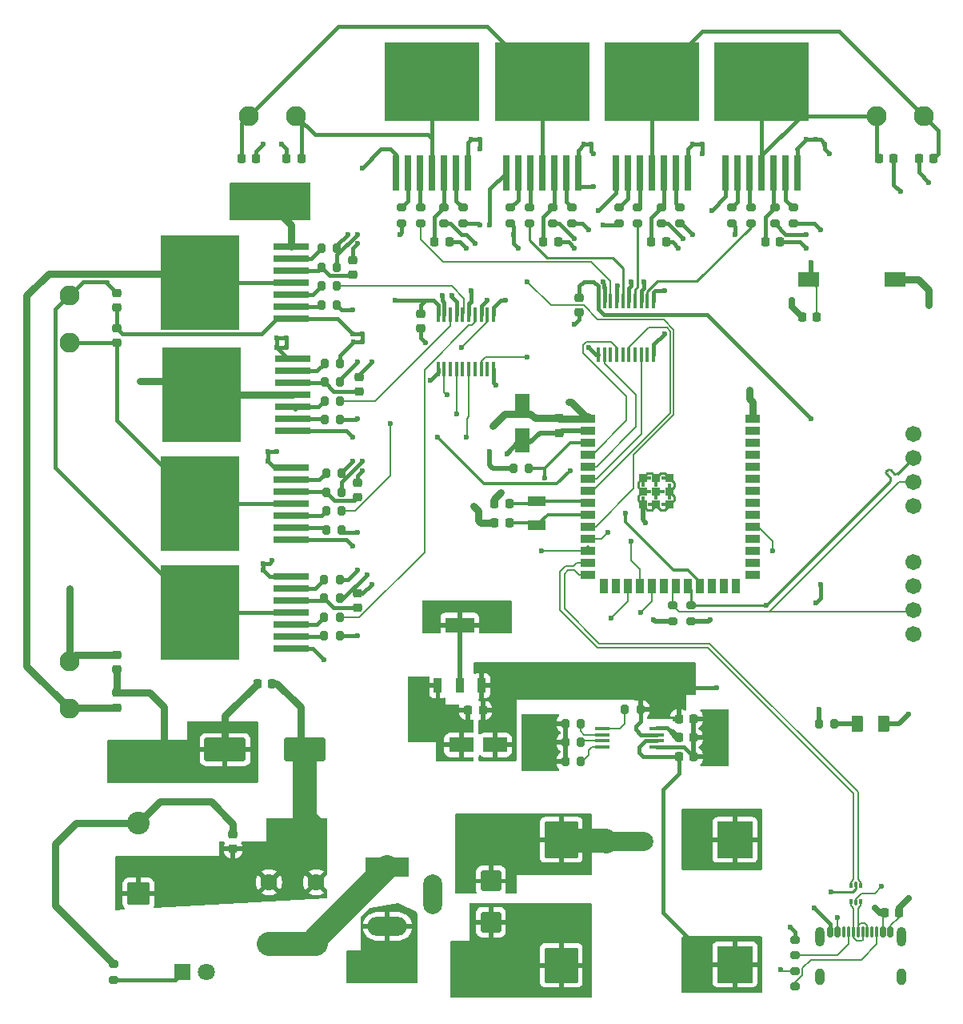
<source format=gtl>
%TF.GenerationSoftware,KiCad,Pcbnew,9.0.4-9.0.4-0~ubuntu24.04.1*%
%TF.CreationDate,2025-09-30T13:12:31+03:00*%
%TF.ProjectId,Esp32-S3-WROOM-1U-N16R8_ controller,45737033-322d-4533-932d-57524f4f4d2d,VER 1.0.0*%
%TF.SameCoordinates,Original*%
%TF.FileFunction,Copper,L1,Top*%
%TF.FilePolarity,Positive*%
%FSLAX46Y46*%
G04 Gerber Fmt 4.6, Leading zero omitted, Abs format (unit mm)*
G04 Created by KiCad (PCBNEW 9.0.4-9.0.4-0~ubuntu24.04.1) date 2025-09-30 13:12:31*
%MOMM*%
%LPD*%
G01*
G04 APERTURE LIST*
G04 Aperture macros list*
%AMRoundRect*
0 Rectangle with rounded corners*
0 $1 Rounding radius*
0 $2 $3 $4 $5 $6 $7 $8 $9 X,Y pos of 4 corners*
0 Add a 4 corners polygon primitive as box body*
4,1,4,$2,$3,$4,$5,$6,$7,$8,$9,$2,$3,0*
0 Add four circle primitives for the rounded corners*
1,1,$1+$1,$2,$3*
1,1,$1+$1,$4,$5*
1,1,$1+$1,$6,$7*
1,1,$1+$1,$8,$9*
0 Add four rect primitives between the rounded corners*
20,1,$1+$1,$2,$3,$4,$5,0*
20,1,$1+$1,$4,$5,$6,$7,0*
20,1,$1+$1,$6,$7,$8,$9,0*
20,1,$1+$1,$8,$9,$2,$3,0*%
G04 Aperture macros list end*
%TA.AperFunction,EtchedComponent*%
%ADD10C,0.000000*%
%TD*%
%TA.AperFunction,SMDPad,CuDef*%
%ADD11RoundRect,0.200000X0.200000X0.275000X-0.200000X0.275000X-0.200000X-0.275000X0.200000X-0.275000X0*%
%TD*%
%TA.AperFunction,ComponentPad*%
%ADD12C,1.701800*%
%TD*%
%TA.AperFunction,SMDPad,CuDef*%
%ADD13RoundRect,0.225000X0.225000X0.250000X-0.225000X0.250000X-0.225000X-0.250000X0.225000X-0.250000X0*%
%TD*%
%TA.AperFunction,SMDPad,CuDef*%
%ADD14RoundRect,0.200000X0.275000X-0.200000X0.275000X0.200000X-0.275000X0.200000X-0.275000X-0.200000X0*%
%TD*%
%TA.AperFunction,SMDPad,CuDef*%
%ADD15R,0.838200X1.600200*%
%TD*%
%TA.AperFunction,SMDPad,CuDef*%
%ADD16R,3.098800X1.600200*%
%TD*%
%TA.AperFunction,SMDPad,CuDef*%
%ADD17RoundRect,0.200000X-0.200000X-0.275000X0.200000X-0.275000X0.200000X0.275000X-0.200000X0.275000X0*%
%TD*%
%TA.AperFunction,SMDPad,CuDef*%
%ADD18RoundRect,0.225000X0.250000X-0.225000X0.250000X0.225000X-0.250000X0.225000X-0.250000X-0.225000X0*%
%TD*%
%TA.AperFunction,ComponentPad*%
%ADD19R,4.600000X2.000000*%
%TD*%
%TA.AperFunction,ComponentPad*%
%ADD20O,4.200000X2.000000*%
%TD*%
%TA.AperFunction,ComponentPad*%
%ADD21O,2.000000X4.200000*%
%TD*%
%TA.AperFunction,SMDPad,CuDef*%
%ADD22RoundRect,0.250000X0.375000X0.625000X-0.375000X0.625000X-0.375000X-0.625000X0.375000X-0.625000X0*%
%TD*%
%TA.AperFunction,SMDPad,CuDef*%
%ADD23RoundRect,0.093750X0.093750X-0.156250X0.093750X0.156250X-0.093750X0.156250X-0.093750X-0.156250X0*%
%TD*%
%TA.AperFunction,SMDPad,CuDef*%
%ADD24RoundRect,0.075000X0.075000X-0.250000X0.075000X0.250000X-0.075000X0.250000X-0.075000X-0.250000X0*%
%TD*%
%TA.AperFunction,SMDPad,CuDef*%
%ADD25RoundRect,0.200000X-0.275000X0.200000X-0.275000X-0.200000X0.275000X-0.200000X0.275000X0.200000X0*%
%TD*%
%TA.AperFunction,SMDPad,CuDef*%
%ADD26RoundRect,0.159750X0.905250X-0.965250X0.905250X0.965250X-0.905250X0.965250X-0.905250X-0.965250X0*%
%TD*%
%TA.AperFunction,ComponentPad*%
%ADD27C,1.785000*%
%TD*%
%TA.AperFunction,SMDPad,CuDef*%
%ADD28RoundRect,0.225000X-0.225000X-0.250000X0.225000X-0.250000X0.225000X0.250000X-0.225000X0.250000X0*%
%TD*%
%TA.AperFunction,ComponentPad*%
%ADD29C,2.108200*%
%TD*%
%TA.AperFunction,SMDPad,CuDef*%
%ADD30RoundRect,0.250000X0.550000X-1.050000X0.550000X1.050000X-0.550000X1.050000X-0.550000X-1.050000X0*%
%TD*%
%TA.AperFunction,SMDPad,CuDef*%
%ADD31R,3.810000X0.800000*%
%TD*%
%TA.AperFunction,SMDPad,CuDef*%
%ADD32R,8.290000X10.070000*%
%TD*%
%TA.AperFunction,SMDPad,CuDef*%
%ADD33RoundRect,0.225000X-0.250000X0.225000X-0.250000X-0.225000X0.250000X-0.225000X0.250000X0.225000X0*%
%TD*%
%TA.AperFunction,SMDPad,CuDef*%
%ADD34R,1.900000X1.100000*%
%TD*%
%TA.AperFunction,ComponentPad*%
%ADD35RoundRect,0.035000X1.715000X-1.782500X1.715000X1.782500X-1.715000X1.782500X-1.715000X-1.782500X0*%
%TD*%
%TA.AperFunction,ComponentPad*%
%ADD36RoundRect,0.035000X1.715000X-1.873750X1.715000X1.873750X-1.715000X1.873750X-1.715000X-1.873750X0*%
%TD*%
%TA.AperFunction,ComponentPad*%
%ADD37RoundRect,0.037500X1.837500X-1.871250X1.837500X1.871250X-1.837500X1.871250X-1.837500X-1.871250X0*%
%TD*%
%TA.AperFunction,SMDPad,CuDef*%
%ADD38R,0.800000X3.810000*%
%TD*%
%TA.AperFunction,SMDPad,CuDef*%
%ADD39R,10.070000X8.290000*%
%TD*%
%TA.AperFunction,SMDPad,CuDef*%
%ADD40R,1.500000X0.900000*%
%TD*%
%TA.AperFunction,SMDPad,CuDef*%
%ADD41R,0.900000X1.500000*%
%TD*%
%TA.AperFunction,ComponentPad*%
%ADD42C,0.400000*%
%TD*%
%TA.AperFunction,SMDPad,CuDef*%
%ADD43R,0.900000X0.900000*%
%TD*%
%TA.AperFunction,ComponentPad*%
%ADD44RoundRect,0.250001X0.949999X-0.949999X0.949999X0.949999X-0.949999X0.949999X-0.949999X-0.949999X0*%
%TD*%
%TA.AperFunction,ComponentPad*%
%ADD45C,2.400000*%
%TD*%
%TA.AperFunction,SMDPad,CuDef*%
%ADD46RoundRect,0.250000X1.950000X1.000000X-1.950000X1.000000X-1.950000X-1.000000X1.950000X-1.000000X0*%
%TD*%
%TA.AperFunction,SMDPad,CuDef*%
%ADD47RoundRect,0.051250X0.153750X-0.733750X0.153750X0.733750X-0.153750X0.733750X-0.153750X-0.733750X0*%
%TD*%
%TA.AperFunction,SMDPad,CuDef*%
%ADD48C,2.000000*%
%TD*%
%TA.AperFunction,SMDPad,CuDef*%
%ADD49RoundRect,0.150000X-0.150000X-0.425000X0.150000X-0.425000X0.150000X0.425000X-0.150000X0.425000X0*%
%TD*%
%TA.AperFunction,SMDPad,CuDef*%
%ADD50RoundRect,0.075000X-0.075000X-0.500000X0.075000X-0.500000X0.075000X0.500000X-0.075000X0.500000X0*%
%TD*%
%TA.AperFunction,HeatsinkPad*%
%ADD51O,1.000000X2.100000*%
%TD*%
%TA.AperFunction,HeatsinkPad*%
%ADD52O,1.000000X1.800000*%
%TD*%
%TA.AperFunction,ComponentPad*%
%ADD53R,1.800000X1.800000*%
%TD*%
%TA.AperFunction,ComponentPad*%
%ADD54C,1.800000*%
%TD*%
%TA.AperFunction,SMDPad,CuDef*%
%ADD55R,2.180000X1.600000*%
%TD*%
%TA.AperFunction,SMDPad,CuDef*%
%ADD56RoundRect,0.250000X1.050000X0.550000X-1.050000X0.550000X-1.050000X-0.550000X1.050000X-0.550000X0*%
%TD*%
%TA.AperFunction,SMDPad,CuDef*%
%ADD57RoundRect,0.051250X-0.733750X-0.153750X0.733750X-0.153750X0.733750X0.153750X-0.733750X0.153750X0*%
%TD*%
%TA.AperFunction,ViaPad*%
%ADD58C,0.600000*%
%TD*%
%TA.AperFunction,Conductor*%
%ADD59C,0.400000*%
%TD*%
%TA.AperFunction,Conductor*%
%ADD60C,0.800000*%
%TD*%
%TA.AperFunction,Conductor*%
%ADD61C,0.300000*%
%TD*%
%TA.AperFunction,Conductor*%
%ADD62C,0.250000*%
%TD*%
%TA.AperFunction,Conductor*%
%ADD63C,0.200000*%
%TD*%
%TA.AperFunction,Conductor*%
%ADD64C,0.635000*%
%TD*%
%TA.AperFunction,Conductor*%
%ADD65C,0.500000*%
%TD*%
%TA.AperFunction,Conductor*%
%ADD66C,2.500000*%
%TD*%
G04 APERTURE END LIST*
D10*
%TA.AperFunction,EtchedComponent*%
%TO.C,NT1*%
G36*
X158836286Y-116243713D02*
G01*
X154836286Y-116243713D01*
X154836286Y-114243713D01*
X158836286Y-114243713D01*
X158836286Y-116243713D01*
G37*
%TD.AperFunction*%
%TD*%
D11*
%TO.P,R26,1*%
%TO.N,/JNOUT7*%
X126650000Y-91500000D03*
%TO.P,R26,2*%
%TO.N,Net-(U13-INH)*%
X125000000Y-91500000D03*
%TD*%
D12*
%TO.P,J8,1*%
%TO.N,/3V3*%
X187336286Y-79743713D03*
%TO.P,J8,2*%
%TO.N,/SDA*%
X187336286Y-77203713D03*
%TO.P,J8,3*%
%TO.N,/SCL*%
X187336286Y-74663713D03*
%TO.P,J8,4*%
%TO.N,GND*%
X187336286Y-72123713D03*
%TD*%
%TO.P,J7,1*%
%TO.N,/3V3*%
X187336286Y-93283713D03*
%TO.P,J7,2*%
%TO.N,/SDA*%
X187336286Y-90743713D03*
%TO.P,J7,3*%
%TO.N,/SCL*%
X187336286Y-88203713D03*
%TO.P,J7,4*%
%TO.N,GND*%
X187336286Y-85663713D03*
%TD*%
D13*
%TO.P,C31,1*%
%TO.N,/EN*%
X177111286Y-59743713D03*
%TO.P,C31,2*%
%TO.N,GND*%
X175561286Y-59743713D03*
%TD*%
D14*
%TO.P,R11,1*%
%TO.N,GNDPWR*%
X160680000Y-49840000D03*
%TO.P,R11,2*%
%TO.N,Net-(U6-SR)*%
X160680000Y-48190000D03*
%TD*%
D15*
%TO.P,U14,1,ADJ/GND*%
%TO.N,GND*%
X137024886Y-98743713D03*
%TO.P,U14,2,VOUT*%
%TO.N,/3V3*%
X139336286Y-98743713D03*
%TO.P,U14,3,VIN*%
%TO.N,/VIN*%
X141647686Y-98743713D03*
D16*
%TO.P,U14,4,VOUT_2*%
%TO.N,/3V3*%
X139336286Y-92342913D03*
%TD*%
D17*
%TO.P,R36,1*%
%TO.N,Net-(U11-IS)*%
X125175000Y-76270000D03*
%TO.P,R36,2*%
%TO.N,GNDPWR*%
X126825000Y-76270000D03*
%TD*%
D11*
%TO.P,R37,1*%
%TO.N,Net-(U9-VSNS)*%
X152161286Y-104743713D03*
%TO.P,R37,2*%
%TO.N,GND*%
X150511286Y-104743713D03*
%TD*%
D13*
%TO.P,C22,1*%
%TO.N,GND*%
X164111286Y-102243713D03*
%TO.P,C22,2*%
%TO.N,/VIN*%
X162561286Y-102243713D03*
%TD*%
D18*
%TO.P,C20,1*%
%TO.N,Net-(U11-SR)*%
X128500000Y-78820000D03*
%TO.P,C20,2*%
%TO.N,GNDPWR*%
X128500000Y-77270000D03*
%TD*%
D19*
%TO.P,J1,1*%
%TO.N,Net-(J1-Pad1)*%
X131686286Y-117893713D03*
D20*
%TO.P,J1,2*%
%TO.N,GNDPWR*%
X131686286Y-124193713D03*
D21*
%TO.P,J1,3*%
%TO.N,N/C*%
X136486286Y-120793713D03*
%TD*%
D22*
%TO.P,D3,1,K*%
%TO.N,GND*%
X184236286Y-102743713D03*
%TO.P,D3,2,A*%
%TO.N,Net-(D3-A)*%
X181436286Y-102743713D03*
%TD*%
D23*
%TO.P,U8,1,I/O1*%
%TO.N,/D_N*%
X180723786Y-121593713D03*
D24*
%TO.P,U8,2,GND*%
%TO.N,GND*%
X181261286Y-121668713D03*
D23*
%TO.P,U8,3,I/O2*%
%TO.N,/D_P*%
X181798786Y-121593713D03*
%TO.P,U8,4,I/O2*%
%TO.N,/D+*%
X181798786Y-119893713D03*
D24*
%TO.P,U8,5,VBUS*%
%TO.N,/VBUS*%
X181261286Y-119818713D03*
D23*
%TO.P,U8,6,I/O1*%
%TO.N,/D-*%
X180723786Y-119893713D03*
%TD*%
D14*
%TO.P,R9,1*%
%TO.N,GNDPWR*%
X137680000Y-49840000D03*
%TO.P,R9,2*%
%TO.N,Net-(U5-SR)*%
X137680000Y-48190000D03*
%TD*%
D11*
%TO.P,R27,1*%
%TO.N,/EN4*%
X126825000Y-82270000D03*
%TO.P,R27,2*%
%TO.N,Net-(U11-IN)*%
X125175000Y-82270000D03*
%TD*%
D14*
%TO.P,R13,1*%
%TO.N,GNDPWR*%
X139680000Y-49840000D03*
%TO.P,R13,2*%
%TO.N,Net-(U5-IS)*%
X139680000Y-48190000D03*
%TD*%
D25*
%TO.P,R14,1*%
%TO.N,Net-(U3-IS)*%
X151180000Y-48190000D03*
%TO.P,R14,2*%
%TO.N,GNDPWR*%
X151180000Y-49840000D03*
%TD*%
D13*
%TO.P,C33,1*%
%TO.N,/XTAL_N*%
X144571286Y-81503713D03*
%TO.P,C33,2*%
%TO.N,GND*%
X143021286Y-81503713D03*
%TD*%
D18*
%TO.P,C2,1*%
%TO.N,GND*%
X152000000Y-59275000D03*
%TO.P,C2,2*%
%TO.N,/VIN*%
X152000000Y-57725000D03*
%TD*%
%TO.P,C24,1*%
%TO.N,Net-(U10-OUT)*%
X103000000Y-101050000D03*
%TO.P,C24,2*%
%TO.N,GNDPWR*%
X103000000Y-99500000D03*
%TD*%
D26*
%TO.P,D1,1*%
%TO.N,/24V_BUS*%
X142646286Y-123758713D03*
%TO.P,D1,2*%
%TO.N,GNDPWR*%
X142646286Y-119408713D03*
%TD*%
D18*
%TO.P,C26,1*%
%TO.N,Net-(U11-OUT)*%
X103000000Y-62500000D03*
%TO.P,C26,2*%
%TO.N,GNDPWR*%
X103000000Y-60950000D03*
%TD*%
D27*
%TO.P,X1,S1*%
%TO.N,Net-(J1-Pad1)*%
X124146286Y-126083713D03*
%TO.P,X1,S2*%
X119146286Y-126083713D03*
%TD*%
D28*
%TO.P,C11,1*%
%TO.N,Net-(U3-OUT)*%
X116225000Y-43000000D03*
%TO.P,C11,2*%
%TO.N,GNDPWR*%
X117775000Y-43000000D03*
%TD*%
D17*
%TO.P,R20,1*%
%TO.N,GND*%
X150511286Y-102743713D03*
%TO.P,R20,2*%
%TO.N,Net-(U9-~{EN})*%
X152161286Y-102743713D03*
%TD*%
D11*
%TO.P,R21,1*%
%TO.N,/EN3*%
X126660000Y-70640000D03*
%TO.P,R21,2*%
%TO.N,Net-(U12-IN)*%
X125010000Y-70640000D03*
%TD*%
D29*
%TO.P,J3,1,1*%
%TO.N,Net-(U6-OUT)*%
X188500000Y-38500000D03*
%TO.P,J3,2,2*%
%TO.N,Net-(U4-OUT)*%
X183496200Y-38500000D03*
%TD*%
D11*
%TO.P,R25,1*%
%TO.N,/EN4*%
X126650000Y-93500000D03*
%TO.P,R25,2*%
%TO.N,Net-(U13-IN)*%
X125000000Y-93500000D03*
%TD*%
D14*
%TO.P,R1,1*%
%TO.N,/EN1*%
X133180000Y-49840000D03*
%TO.P,R1,2*%
%TO.N,Net-(U5-IN)*%
X133180000Y-48190000D03*
%TD*%
D30*
%TO.P,C29,1*%
%TO.N,/3V3*%
X146000000Y-72800000D03*
%TO.P,C29,2*%
%TO.N,GND*%
X146000000Y-69200000D03*
%TD*%
D14*
%TO.P,R10,1*%
%TO.N,GNDPWR*%
X149180000Y-49840000D03*
%TO.P,R10,2*%
%TO.N,Net-(U3-SR)*%
X149180000Y-48190000D03*
%TD*%
D31*
%TO.P,U13,1,GND*%
%TO.N,GNDPWR*%
X121500000Y-94800000D03*
%TO.P,U13,2,IN*%
%TO.N,Net-(U13-IN)*%
X121500000Y-93530000D03*
%TO.P,U13,3,INH*%
%TO.N,Net-(U13-INH)*%
X121500000Y-92260000D03*
%TO.P,U13,4,OUT*%
%TO.N,Net-(U13-OUT)*%
X121500000Y-90990000D03*
%TO.P,U13,5,SR*%
%TO.N,Net-(U13-SR)*%
X121500000Y-89720000D03*
%TO.P,U13,6,IS*%
%TO.N,Net-(U13-IS)*%
X121500000Y-88450000D03*
%TO.P,U13,7,VS*%
%TO.N,/24V_BUS*%
X121500000Y-87180000D03*
D32*
%TO.P,U13,8,OUT__1*%
%TO.N,Net-(U13-OUT)*%
X111840000Y-90990000D03*
%TD*%
D33*
%TO.P,C30,1*%
%TO.N,GND*%
X149836286Y-70468713D03*
%TO.P,C30,2*%
%TO.N,/3V3*%
X149836286Y-72018713D03*
%TD*%
D34*
%TO.P,Y1,1*%
%TO.N,/XTAL_P*%
X147521286Y-79253713D03*
%TO.P,Y1,2*%
%TO.N,/XTAL_N*%
X147521286Y-81753713D03*
%TD*%
D35*
%TO.P,U2,1,Vin*%
%TO.N,/24V_BUS*%
X150086286Y-128313713D03*
D36*
%TO.P,U2,2,GND1*%
%TO.N,GNDPWR*%
X150086286Y-115039963D03*
D37*
%TO.P,U2,3,Vout*%
%TO.N,/VBUCK*%
X168461286Y-128222463D03*
%TO.P,U2,4,GND2*%
%TO.N,GND*%
X168461286Y-115039963D03*
%TD*%
D14*
%TO.P,R5,1*%
%TO.N,/EN2*%
X156180000Y-49840000D03*
%TO.P,R5,2*%
%TO.N,Net-(U6-IN)*%
X156180000Y-48190000D03*
%TD*%
D38*
%TO.P,U5,1,GND*%
%TO.N,GNDPWR*%
X132610000Y-44500000D03*
%TO.P,U5,2,IN*%
%TO.N,Net-(U5-IN)*%
X133880000Y-44500000D03*
%TO.P,U5,3,INH*%
%TO.N,Net-(U5-INH)*%
X135150000Y-44500000D03*
%TO.P,U5,4,OUT*%
%TO.N,Net-(U5-OUT)*%
X136420000Y-44500000D03*
%TO.P,U5,5,SR*%
%TO.N,Net-(U5-SR)*%
X137690000Y-44500000D03*
%TO.P,U5,6,IS*%
%TO.N,Net-(U5-IS)*%
X138960000Y-44500000D03*
%TO.P,U5,7,VS*%
%TO.N,/24V_BUS*%
X140230000Y-44500000D03*
D39*
%TO.P,U5,8,OUT__1*%
%TO.N,Net-(U5-OUT)*%
X136420000Y-34840000D03*
%TD*%
D11*
%TO.P,R32,1*%
%TO.N,GNDPWR*%
X126825000Y-78270000D03*
%TO.P,R32,2*%
%TO.N,Net-(U11-SR)*%
X125175000Y-78270000D03*
%TD*%
D25*
%TO.P,R39,1*%
%TO.N,/SDA*%
X161836286Y-90243713D03*
%TO.P,R39,2*%
%TO.N,/3V3*%
X161836286Y-91893713D03*
%TD*%
D13*
%TO.P,C16,1*%
%TO.N,GND*%
X164111286Y-104243713D03*
%TO.P,C16,2*%
%TO.N,/VBUS*%
X162561286Y-104243713D03*
%TD*%
%TO.P,C12,1*%
%TO.N,Net-(U6-OUT)*%
X189500000Y-43000000D03*
%TO.P,C12,2*%
%TO.N,GNDPWR*%
X187950000Y-43000000D03*
%TD*%
D14*
%TO.P,R12,1*%
%TO.N,GNDPWR*%
X172680000Y-49840000D03*
%TO.P,R12,2*%
%TO.N,Net-(U4-SR)*%
X172680000Y-48190000D03*
%TD*%
D17*
%TO.P,R19,1*%
%TO.N,GND*%
X150511286Y-106743713D03*
%TO.P,R19,2*%
%TO.N,Net-(U9-ILIM)*%
X152161286Y-106743713D03*
%TD*%
D38*
%TO.P,U4,1,GND*%
%TO.N,GNDPWR*%
X167500000Y-44500000D03*
%TO.P,U4,2,IN*%
%TO.N,Net-(U4-IN)*%
X168770000Y-44500000D03*
%TO.P,U4,3,INH*%
%TO.N,Net-(U4-INH)*%
X170040000Y-44500000D03*
%TO.P,U4,4,OUT*%
%TO.N,Net-(U4-OUT)*%
X171310000Y-44500000D03*
%TO.P,U4,5,SR*%
%TO.N,Net-(U4-SR)*%
X172580000Y-44500000D03*
%TO.P,U4,6,IS*%
%TO.N,Net-(U4-IS)*%
X173850000Y-44500000D03*
%TO.P,U4,7,VS*%
%TO.N,/24V_BUS*%
X175120000Y-44500000D03*
D39*
%TO.P,U4,8,OUT__1*%
%TO.N,Net-(U4-OUT)*%
X171310000Y-34840000D03*
%TD*%
D17*
%TO.P,R34,1*%
%TO.N,Net-(U10-IS)*%
X124675000Y-52500000D03*
%TO.P,R34,2*%
%TO.N,GNDPWR*%
X126325000Y-52500000D03*
%TD*%
D40*
%TO.P,U15,1,GND*%
%TO.N,GND*%
X152871286Y-70483713D03*
%TO.P,U15,2,3V3*%
%TO.N,/3V3*%
X152871286Y-71753713D03*
%TO.P,U15,3,EN*%
%TO.N,/EN*%
X152871286Y-73023713D03*
%TO.P,U15,4,IO4*%
%TO.N,/BTS1_L_PWM*%
X152871286Y-74293713D03*
%TO.P,U15,5,IO5*%
%TO.N,/BTS1_R_PWM*%
X152871286Y-75563713D03*
%TO.P,U15,6,IO6*%
%TO.N,/BTS2_L_PWM*%
X152871286Y-76833713D03*
%TO.P,U15,7,IO7*%
%TO.N,/BTS2_R_PWM*%
X152871286Y-78103713D03*
%TO.P,U15,8,IO15*%
%TO.N,/XTAL_P*%
X152871286Y-79373713D03*
%TO.P,U15,9,IO16*%
%TO.N,/XTAL_N*%
X152871286Y-80643713D03*
%TO.P,U15,10,IO17*%
%TO.N,/EN1*%
X152871286Y-81913713D03*
%TO.P,U15,11,IO18*%
%TO.N,/EN2*%
X152871286Y-83183713D03*
%TO.P,U15,12,IO8*%
%TO.N,/BTS3_L_PWM*%
X152871286Y-84453713D03*
%TO.P,U15,13,IO19*%
%TO.N,/D-*%
X152871286Y-85723713D03*
%TO.P,U15,14,IO20*%
%TO.N,/D+*%
X152871286Y-86993713D03*
D41*
%TO.P,U15,15,IO3*%
%TO.N,unconnected-(U15-IO3-Pad15)*%
X154636286Y-88243713D03*
%TO.P,U15,16,IO46*%
%TO.N,unconnected-(U15-IO46-Pad16)*%
X155906286Y-88243713D03*
%TO.P,U15,17,IO9*%
%TO.N,/BTS3_R_PWM*%
X157176286Y-88243713D03*
%TO.P,U15,18,IO10*%
%TO.N,/BTS4_L_PWM*%
X158446286Y-88243713D03*
%TO.P,U15,19,IO11*%
%TO.N,/BTS4_R_PWM*%
X159716286Y-88243713D03*
%TO.P,U15,20,IO12*%
%TO.N,unconnected-(U15-IO12-Pad20)*%
X160986286Y-88243713D03*
%TO.P,U15,21,IO13*%
%TO.N,/SDA*%
X162256286Y-88243713D03*
%TO.P,U15,22,IO14*%
%TO.N,/SCL*%
X163526286Y-88243713D03*
%TO.P,U15,23,IO21*%
%TO.N,/EN3*%
X164796286Y-88243713D03*
%TO.P,U15,24,IO47*%
%TO.N,unconnected-(U15-IO47-Pad24)*%
X166066286Y-88243713D03*
%TO.P,U15,25,IO48*%
%TO.N,unconnected-(U15-IO48-Pad25)*%
X167336286Y-88243713D03*
%TO.P,U15,26,IO45*%
%TO.N,unconnected-(U15-IO45-Pad26)*%
X168606286Y-88243713D03*
D40*
%TO.P,U15,27,IO0*%
%TO.N,unconnected-(U15-IO0-Pad27)*%
X170371286Y-86993713D03*
%TO.P,U15,28,IO35*%
%TO.N,unconnected-(U15-IO35-Pad28)*%
X170371286Y-85723713D03*
%TO.P,U15,29,IO36*%
%TO.N,unconnected-(U15-IO36-Pad29)*%
X170371286Y-84453713D03*
%TO.P,U15,30,IO37*%
%TO.N,unconnected-(U15-IO37-Pad30)*%
X170371286Y-83183713D03*
%TO.P,U15,31,IO38*%
%TO.N,/EN4*%
X170371286Y-81913713D03*
%TO.P,U15,32,IO39*%
%TO.N,unconnected-(U15-IO39-Pad32)*%
X170371286Y-80643713D03*
%TO.P,U15,33,IO40*%
%TO.N,unconnected-(U15-IO40-Pad33)*%
X170371286Y-79373713D03*
%TO.P,U15,34,IO41*%
%TO.N,unconnected-(U15-IO41-Pad34)*%
X170371286Y-78103713D03*
%TO.P,U15,35,IO42*%
%TO.N,unconnected-(U15-IO42-Pad35)*%
X170371286Y-76833713D03*
%TO.P,U15,36,RXD0*%
%TO.N,unconnected-(U15-RXD0-Pad36)*%
X170371286Y-75563713D03*
%TO.P,U15,37,TXD0*%
%TO.N,unconnected-(U15-TXD0-Pad37)*%
X170371286Y-74293713D03*
%TO.P,U15,38,IO2*%
%TO.N,unconnected-(U15-IO2-Pad38)*%
X170371286Y-73023713D03*
%TO.P,U15,39,IO1*%
%TO.N,unconnected-(U15-IO1-Pad39)*%
X170371286Y-71753713D03*
D42*
%TO.P,U15,40,GND*%
%TO.N,GND*%
X158721286Y-77503713D03*
X158721286Y-78903713D03*
X159421286Y-76803713D03*
X159421286Y-78203713D03*
X159421286Y-79603713D03*
X160121286Y-77503713D03*
X160121286Y-78903713D03*
X160821286Y-76803713D03*
X160821286Y-78203713D03*
X160821286Y-79603713D03*
X161521286Y-77503713D03*
X161521286Y-78903713D03*
D40*
X170371286Y-70483713D03*
D43*
%TO.P,U15,41_1,GND*%
X158721286Y-76803713D03*
%TO.P,U15,41_2,GND*%
X160121286Y-76803713D03*
%TO.P,U15,41_3,GND*%
X161521286Y-76803713D03*
%TO.P,U15,41_4,GND*%
X158721286Y-78203713D03*
%TO.P,U15,41_5,GND*%
X160121286Y-78203713D03*
%TO.P,U15,41_6,GND*%
X161521286Y-78203713D03*
%TO.P,U15,41_7,GND*%
X158721286Y-79603713D03*
%TO.P,U15,41_8,GND*%
X160121286Y-79603713D03*
%TO.P,U15,41_9,GND*%
X161521286Y-79603713D03*
%TD*%
D29*
%TO.P,J6,1,1*%
%TO.N,Net-(U13-OUT)*%
X98000000Y-57496200D03*
%TO.P,J6,2,2*%
%TO.N,Net-(U11-OUT)*%
X98000000Y-62500000D03*
%TD*%
D11*
%TO.P,R28,1*%
%TO.N,/JNOUT8*%
X126825000Y-80270000D03*
%TO.P,R28,2*%
%TO.N,Net-(U11-INH)*%
X125175000Y-80270000D03*
%TD*%
D18*
%TO.P,C18,1*%
%TO.N,Net-(U10-SR)*%
X128000000Y-55275000D03*
%TO.P,C18,2*%
%TO.N,GNDPWR*%
X128000000Y-53725000D03*
%TD*%
D31*
%TO.P,U12,1,GND*%
%TO.N,GNDPWR*%
X121660000Y-71810000D03*
%TO.P,U12,2,IN*%
%TO.N,Net-(U12-IN)*%
X121660000Y-70540000D03*
%TO.P,U12,3,INH*%
%TO.N,Net-(U12-INH)*%
X121660000Y-69270000D03*
%TO.P,U12,4,OUT*%
%TO.N,Net-(U12-OUT)*%
X121660000Y-68000000D03*
%TO.P,U12,5,SR*%
%TO.N,Net-(U12-SR)*%
X121660000Y-66730000D03*
%TO.P,U12,6,IS*%
%TO.N,Net-(U12-IS)*%
X121660000Y-65460000D03*
%TO.P,U12,7,VS*%
%TO.N,/24V_BUS*%
X121660000Y-64190000D03*
D32*
%TO.P,U12,8,OUT__1*%
%TO.N,Net-(U12-OUT)*%
X112000000Y-68000000D03*
%TD*%
D17*
%TO.P,R38,1*%
%TO.N,Net-(U9-STAT)*%
X156836286Y-101243713D03*
%TO.P,R38,2*%
%TO.N,/VIN*%
X158486286Y-101243713D03*
%TD*%
D11*
%TO.P,R23,1*%
%TO.N,/EN3*%
X126325000Y-58500000D03*
%TO.P,R23,2*%
%TO.N,Net-(U10-IN)*%
X124675000Y-58500000D03*
%TD*%
%TO.P,R42,1*%
%TO.N,/EN*%
X146661286Y-75743713D03*
%TO.P,R42,2*%
%TO.N,/3V3*%
X145011286Y-75743713D03*
%TD*%
%TO.P,R24,1*%
%TO.N,/JNOUT6*%
X126325000Y-56500000D03*
%TO.P,R24,2*%
%TO.N,Net-(U10-INH)*%
X124675000Y-56500000D03*
%TD*%
D25*
%TO.P,R16,1*%
%TO.N,Net-(U4-IS)*%
X174680000Y-48190000D03*
%TO.P,R16,2*%
%TO.N,GNDPWR*%
X174680000Y-49840000D03*
%TD*%
D28*
%TO.P,C13,1*%
%TO.N,Net-(U4-OUT)*%
X183725000Y-43000000D03*
%TO.P,C13,2*%
%TO.N,GNDPWR*%
X185275000Y-43000000D03*
%TD*%
D27*
%TO.P,X2,S1*%
%TO.N,/24V_BUS*%
X124146286Y-119533713D03*
%TO.P,X2,S2*%
X119146286Y-119533713D03*
%TD*%
D29*
%TO.P,J5,1,1*%
%TO.N,Net-(U12-OUT)*%
X98000000Y-96166500D03*
%TO.P,J5,2,2*%
%TO.N,Net-(U10-OUT)*%
X98000000Y-101170300D03*
%TD*%
D44*
%TO.P,C1,1*%
%TO.N,/24V_BUS*%
X105336286Y-120743713D03*
D45*
%TO.P,C1,2*%
%TO.N,GNDPWR*%
X105336286Y-113243713D03*
%TD*%
D14*
%TO.P,R40,1*%
%TO.N,/3V3*%
X163836286Y-91893713D03*
%TO.P,R40,2*%
%TO.N,/SCL*%
X163836286Y-90243713D03*
%TD*%
D11*
%TO.P,R30,1*%
%TO.N,GNDPWR*%
X126325000Y-54500000D03*
%TO.P,R30,2*%
%TO.N,Net-(U10-SR)*%
X124675000Y-54500000D03*
%TD*%
D33*
%TO.P,C25,1*%
%TO.N,Net-(U13-OUT)*%
X103000000Y-57215000D03*
%TO.P,C25,2*%
%TO.N,GNDPWR*%
X103000000Y-58765000D03*
%TD*%
D28*
%TO.P,C5,1*%
%TO.N,Net-(U3-SR)*%
X148180000Y-51840000D03*
%TO.P,C5,2*%
%TO.N,GNDPWR*%
X149730000Y-51840000D03*
%TD*%
D46*
%TO.P,C8,1*%
%TO.N,/24V_BUS*%
X122900000Y-105500000D03*
%TO.P,C8,2*%
%TO.N,GNDPWR*%
X114500000Y-105500000D03*
%TD*%
D28*
%TO.P,C27,1*%
%TO.N,GND*%
X140236286Y-101342913D03*
%TO.P,C27,2*%
%TO.N,/VIN*%
X141786286Y-101342913D03*
%TD*%
%TO.P,C6,1*%
%TO.N,Net-(U6-SR)*%
X159630000Y-51840000D03*
%TO.P,C6,2*%
%TO.N,GNDPWR*%
X161180000Y-51840000D03*
%TD*%
D47*
%TO.P,U1,1,1~OE*%
%TO.N,GND*%
X154000000Y-63780000D03*
%TO.P,U1,2,1A1*%
%TO.N,/BTS1_R_PWM*%
X154650000Y-63780000D03*
%TO.P,U1,3,2Y4*%
%TO.N,unconnected-(U1-2Y4-Pad3)*%
X155300000Y-63780000D03*
%TO.P,U1,4,1A2*%
%TO.N,/BTS1_L_PWM*%
X155950000Y-63780000D03*
%TO.P,U1,5,2Y3*%
%TO.N,unconnected-(U1-2Y3-Pad5)*%
X156600000Y-63780000D03*
%TO.P,U1,6,1A3*%
%TO.N,/BTS2_R_PWM*%
X157250000Y-63780000D03*
%TO.P,U1,7,2Y2*%
%TO.N,unconnected-(U1-2Y2-Pad7)*%
X157900000Y-63780000D03*
%TO.P,U1,8,1A4*%
%TO.N,/BTS2_L_PWM*%
X158550000Y-63780000D03*
%TO.P,U1,9,2Y1*%
%TO.N,unconnected-(U1-2Y1-Pad9)*%
X159200000Y-63780000D03*
%TO.P,U1,10,GND*%
%TO.N,GND*%
X159850000Y-63780000D03*
%TO.P,U1,11,2A1*%
X159850000Y-58040000D03*
%TO.P,U1,12,1Y4*%
%TO.N,/JNOUT4*%
X159200000Y-58040000D03*
%TO.P,U1,13,2A2*%
%TO.N,GND*%
X158550000Y-58040000D03*
%TO.P,U1,14,1Y3*%
%TO.N,/JNOUT3*%
X157900000Y-58040000D03*
%TO.P,U1,15,2A3*%
%TO.N,GND*%
X157250000Y-58040000D03*
%TO.P,U1,16,1Y2*%
%TO.N,/JNOUT2*%
X156600000Y-58040000D03*
%TO.P,U1,17,2A4*%
%TO.N,GND*%
X155950000Y-58040000D03*
%TO.P,U1,18,1Y1*%
%TO.N,/JNOUT1*%
X155300000Y-58040000D03*
%TO.P,U1,19,2~OE*%
%TO.N,GND*%
X154650000Y-58040000D03*
%TO.P,U1,20,VCC*%
%TO.N,/VIN*%
X154000000Y-58040000D03*
%TD*%
D11*
%TO.P,R22,1*%
%TO.N,/JNOUT5*%
X126660000Y-68640000D03*
%TO.P,R22,2*%
%TO.N,Net-(U12-INH)*%
X125010000Y-68640000D03*
%TD*%
D14*
%TO.P,R43,1*%
%TO.N,Net-(D2-K)*%
X102675000Y-129825000D03*
%TO.P,R43,2*%
%TO.N,GNDPWR*%
X102675000Y-128175000D03*
%TD*%
D31*
%TO.P,U10,1,GND*%
%TO.N,GNDPWR*%
X121500000Y-59910000D03*
%TO.P,U10,2,IN*%
%TO.N,Net-(U10-IN)*%
X121500000Y-58640000D03*
%TO.P,U10,3,INH*%
%TO.N,Net-(U10-INH)*%
X121500000Y-57370000D03*
%TO.P,U10,4,OUT*%
%TO.N,Net-(U10-OUT)*%
X121500000Y-56100000D03*
%TO.P,U10,5,SR*%
%TO.N,Net-(U10-SR)*%
X121500000Y-54830000D03*
%TO.P,U10,6,IS*%
%TO.N,Net-(U10-IS)*%
X121500000Y-53560000D03*
%TO.P,U10,7,VS*%
%TO.N,/24V_BUS*%
X121500000Y-52290000D03*
D32*
%TO.P,U10,8,OUT__1*%
%TO.N,Net-(U10-OUT)*%
X111840000Y-56100000D03*
%TD*%
D18*
%TO.P,C17,1*%
%TO.N,Net-(U12-SR)*%
X128660000Y-67640000D03*
%TO.P,C17,2*%
%TO.N,GNDPWR*%
X128660000Y-66090000D03*
%TD*%
D13*
%TO.P,C21,1*%
%TO.N,GND*%
X164111286Y-106243713D03*
%TO.P,C21,2*%
%TO.N,/VBUCK*%
X162561286Y-106243713D03*
%TD*%
D14*
%TO.P,R3,1*%
%TO.N,/EN1*%
X144680000Y-49840000D03*
%TO.P,R3,2*%
%TO.N,Net-(U3-IN)*%
X144680000Y-48190000D03*
%TD*%
D18*
%TO.P,C19,1*%
%TO.N,Net-(U13-SR)*%
X128500000Y-90500000D03*
%TO.P,C19,2*%
%TO.N,GNDPWR*%
X128500000Y-88950000D03*
%TD*%
D14*
%TO.P,R4,1*%
%TO.N,/JNOUT2*%
X146680000Y-49840000D03*
%TO.P,R4,2*%
%TO.N,Net-(U3-INH)*%
X146680000Y-48190000D03*
%TD*%
%TO.P,R15,1*%
%TO.N,GNDPWR*%
X162680000Y-49840000D03*
%TO.P,R15,2*%
%TO.N,Net-(U6-IS)*%
X162680000Y-48190000D03*
%TD*%
D48*
%TO.P,NT1,1,1*%
%TO.N,GNDPWR*%
X154836286Y-115243713D03*
%TO.P,NT1,2,2*%
%TO.N,GND*%
X158836286Y-115243713D03*
%TD*%
D11*
%TO.P,R33,1*%
%TO.N,GNDPWR*%
X126660000Y-64640000D03*
%TO.P,R33,2*%
%TO.N,Net-(U12-IS)*%
X125010000Y-64640000D03*
%TD*%
D14*
%TO.P,R6,1*%
%TO.N,/JNOUT3*%
X158180000Y-49840000D03*
%TO.P,R6,2*%
%TO.N,Net-(U6-INH)*%
X158180000Y-48190000D03*
%TD*%
D49*
%TO.P,J4,A1,GND*%
%TO.N,GND*%
X178536286Y-124743713D03*
%TO.P,J4,A4,VBUS*%
%TO.N,/VBUS*%
X179336286Y-124743713D03*
D50*
%TO.P,J4,A5,CC1*%
%TO.N,Net-(J4-CC1)*%
X180486286Y-124743713D03*
%TO.P,J4,A6,D+*%
%TO.N,/D_P*%
X181486286Y-124743713D03*
%TO.P,J4,A7,D-*%
%TO.N,/D_N*%
X181986286Y-124743713D03*
%TO.P,J4,A8,SBU1*%
%TO.N,unconnected-(J4-SBU1-PadA8)*%
X182986286Y-124743713D03*
D49*
%TO.P,J4,A9,VBUS*%
%TO.N,/VBUS*%
X184136286Y-124743713D03*
%TO.P,J4,A12,GND*%
%TO.N,GND*%
X184936286Y-124743713D03*
%TO.P,J4,B1,GND*%
X184936286Y-124743713D03*
%TO.P,J4,B4,VBUS*%
%TO.N,/VBUS*%
X184136286Y-124743713D03*
D50*
%TO.P,J4,B5,CC2*%
%TO.N,Net-(J4-CC2)*%
X183486286Y-124743713D03*
%TO.P,J4,B6,D+*%
%TO.N,/D_P*%
X182486286Y-124743713D03*
%TO.P,J4,B7,D-*%
%TO.N,/D_N*%
X180986286Y-124743713D03*
%TO.P,J4,B8,SBU2*%
%TO.N,unconnected-(J4-SBU2-PadB8)*%
X179986286Y-124743713D03*
D49*
%TO.P,J4,B9,VBUS*%
%TO.N,/VBUS*%
X179336286Y-124743713D03*
%TO.P,J4,B12,GND*%
%TO.N,GND*%
X178536286Y-124743713D03*
D51*
%TO.P,J4,S1,SHIELD*%
%TO.N,unconnected-(J4-SHIELD-PadS1)_2*%
X177416286Y-125318713D03*
D52*
%TO.N,unconnected-(J4-SHIELD-PadS1)*%
X177416286Y-129498713D03*
D51*
%TO.N,unconnected-(J4-SHIELD-PadS1)_3*%
X186056286Y-125318713D03*
D52*
%TO.N,unconnected-(J4-SHIELD-PadS1)_1*%
X186056286Y-129498713D03*
%TD*%
D17*
%TO.P,R41,1*%
%TO.N,/3V3*%
X177336286Y-102743713D03*
%TO.P,R41,2*%
%TO.N,Net-(D3-A)*%
X178986286Y-102743713D03*
%TD*%
D31*
%TO.P,U11,1,GND*%
%TO.N,GNDPWR*%
X121500000Y-83310000D03*
%TO.P,U11,2,IN*%
%TO.N,Net-(U11-IN)*%
X121500000Y-82040000D03*
%TO.P,U11,3,INH*%
%TO.N,Net-(U11-INH)*%
X121500000Y-80770000D03*
%TO.P,U11,4,OUT*%
%TO.N,Net-(U11-OUT)*%
X121500000Y-79500000D03*
%TO.P,U11,5,SR*%
%TO.N,Net-(U11-SR)*%
X121500000Y-78230000D03*
%TO.P,U11,6,IS*%
%TO.N,Net-(U11-IS)*%
X121500000Y-76960000D03*
%TO.P,U11,7,VS*%
%TO.N,/24V_BUS*%
X121500000Y-75690000D03*
D32*
%TO.P,U11,8,OUT__1*%
%TO.N,Net-(U11-OUT)*%
X111840000Y-79500000D03*
%TD*%
D14*
%TO.P,R17,1*%
%TO.N,Net-(J4-CC2)*%
X174836286Y-130568713D03*
%TO.P,R17,2*%
%TO.N,GND*%
X174836286Y-128918713D03*
%TD*%
D38*
%TO.P,U6,1,GND*%
%TO.N,GNDPWR*%
X155870000Y-44500000D03*
%TO.P,U6,2,IN*%
%TO.N,Net-(U6-IN)*%
X157140000Y-44500000D03*
%TO.P,U6,3,INH*%
%TO.N,Net-(U6-INH)*%
X158410000Y-44500000D03*
%TO.P,U6,4,OUT*%
%TO.N,Net-(U6-OUT)*%
X159680000Y-44500000D03*
%TO.P,U6,5,SR*%
%TO.N,Net-(U6-SR)*%
X160950000Y-44500000D03*
%TO.P,U6,6,IS*%
%TO.N,Net-(U6-IS)*%
X162220000Y-44500000D03*
%TO.P,U6,7,VS*%
%TO.N,/24V_BUS*%
X163490000Y-44500000D03*
D39*
%TO.P,U6,8,OUT__1*%
%TO.N,Net-(U6-OUT)*%
X159680000Y-34840000D03*
%TD*%
D14*
%TO.P,R2,1*%
%TO.N,/JNOUT1*%
X135180000Y-49840000D03*
%TO.P,R2,2*%
%TO.N,Net-(U5-INH)*%
X135180000Y-48190000D03*
%TD*%
D29*
%TO.P,J2,1,1*%
%TO.N,Net-(U5-OUT)*%
X122000000Y-38500000D03*
%TO.P,J2,2,2*%
%TO.N,Net-(U3-OUT)*%
X116996200Y-38500000D03*
%TD*%
D18*
%TO.P,C15,1*%
%TO.N,GND*%
X135195000Y-60960000D03*
%TO.P,C15,2*%
%TO.N,/VIN*%
X135195000Y-59410000D03*
%TD*%
D53*
%TO.P,D2,1,K*%
%TO.N,Net-(D2-K)*%
X110000000Y-129000000D03*
D54*
%TO.P,D2,2,A*%
%TO.N,/24V_BUS*%
X112540000Y-129000000D03*
%TD*%
D28*
%TO.P,C9,1*%
%TO.N,GNDPWR*%
X117950000Y-98500000D03*
%TO.P,C9,2*%
%TO.N,/24V_BUS*%
X119500000Y-98500000D03*
%TD*%
%TO.P,C14,1*%
%TO.N,/VBUS*%
X184286286Y-122743713D03*
%TO.P,C14,2*%
%TO.N,GND*%
X185836286Y-122743713D03*
%TD*%
D11*
%TO.P,R29,1*%
%TO.N,GNDPWR*%
X126660000Y-66640000D03*
%TO.P,R29,2*%
%TO.N,Net-(U12-SR)*%
X125010000Y-66640000D03*
%TD*%
D13*
%TO.P,C10,1*%
%TO.N,Net-(U5-OUT)*%
X122550000Y-43000000D03*
%TO.P,C10,2*%
%TO.N,GNDPWR*%
X121000000Y-43000000D03*
%TD*%
D55*
%TO.P,SW1,1,1*%
%TO.N,GND*%
X185426286Y-55743713D03*
%TO.P,SW1,2,2*%
%TO.N,/EN*%
X176246286Y-55743713D03*
%TD*%
D11*
%TO.P,R35,1*%
%TO.N,GNDPWR*%
X126650000Y-87500000D03*
%TO.P,R35,2*%
%TO.N,Net-(U13-IS)*%
X125000000Y-87500000D03*
%TD*%
D56*
%TO.P,C28,1*%
%TO.N,/VIN*%
X143086286Y-105000000D03*
%TO.P,C28,2*%
%TO.N,GND*%
X139486286Y-105000000D03*
%TD*%
D11*
%TO.P,R31,1*%
%TO.N,GNDPWR*%
X126650000Y-89500000D03*
%TO.P,R31,2*%
%TO.N,Net-(U13-SR)*%
X125000000Y-89500000D03*
%TD*%
D33*
%TO.P,C23,1*%
%TO.N,Net-(U12-OUT)*%
X103000000Y-95500000D03*
%TO.P,C23,2*%
%TO.N,GNDPWR*%
X103000000Y-97050000D03*
%TD*%
D14*
%TO.P,R18,1*%
%TO.N,Net-(J4-CC1)*%
X174836286Y-127243713D03*
%TO.P,R18,2*%
%TO.N,GND*%
X174836286Y-125593713D03*
%TD*%
D47*
%TO.P,U7,1,1~OE*%
%TO.N,GND*%
X137050000Y-65240000D03*
%TO.P,U7,2,1A1*%
%TO.N,/BTS3_R_PWM*%
X137700000Y-65240000D03*
%TO.P,U7,3,2Y4*%
%TO.N,unconnected-(U7-2Y4-Pad3)*%
X138350000Y-65240000D03*
%TO.P,U7,4,1A2*%
%TO.N,/BTS3_L_PWM*%
X139000000Y-65240000D03*
%TO.P,U7,5,2Y3*%
%TO.N,unconnected-(U7-2Y3-Pad5)*%
X139650000Y-65240000D03*
%TO.P,U7,6,1A3*%
%TO.N,/BTS4_R_PWM*%
X140300000Y-65240000D03*
%TO.P,U7,7,2Y2*%
%TO.N,unconnected-(U7-2Y2-Pad7)*%
X140950000Y-65240000D03*
%TO.P,U7,8,1A4*%
%TO.N,/BTS4_L_PWM*%
X141600000Y-65240000D03*
%TO.P,U7,9,2Y1*%
%TO.N,unconnected-(U7-2Y1-Pad9)*%
X142250000Y-65240000D03*
%TO.P,U7,10,GND*%
%TO.N,GND*%
X142900000Y-65240000D03*
%TO.P,U7,11,2A1*%
X142900000Y-59500000D03*
%TO.P,U7,12,1Y4*%
%TO.N,/JNOUT8*%
X142250000Y-59500000D03*
%TO.P,U7,13,2A2*%
%TO.N,GND*%
X141600000Y-59500000D03*
%TO.P,U7,14,1Y3*%
%TO.N,/JNOUT7*%
X140950000Y-59500000D03*
%TO.P,U7,15,2A3*%
%TO.N,GND*%
X140300000Y-59500000D03*
%TO.P,U7,16,1Y2*%
%TO.N,/JNOUT6*%
X139650000Y-59500000D03*
%TO.P,U7,17,2A4*%
%TO.N,GND*%
X139000000Y-59500000D03*
%TO.P,U7,18,1Y1*%
%TO.N,/JNOUT5*%
X138350000Y-59500000D03*
%TO.P,U7,19,2~OE*%
%TO.N,GND*%
X137700000Y-59500000D03*
%TO.P,U7,20,VCC*%
%TO.N,/VIN*%
X137050000Y-59500000D03*
%TD*%
D28*
%TO.P,C7,1*%
%TO.N,Net-(U4-SR)*%
X171680000Y-51840000D03*
%TO.P,C7,2*%
%TO.N,GNDPWR*%
X173230000Y-51840000D03*
%TD*%
D14*
%TO.P,R7,1*%
%TO.N,/EN2*%
X168180000Y-49840000D03*
%TO.P,R7,2*%
%TO.N,Net-(U4-IN)*%
X168180000Y-48190000D03*
%TD*%
D33*
%TO.P,C3,1*%
%TO.N,GNDPWR*%
X115336286Y-114468713D03*
%TO.P,C3,2*%
%TO.N,/24V_BUS*%
X115336286Y-116018713D03*
%TD*%
D28*
%TO.P,C4,1*%
%TO.N,Net-(U5-SR)*%
X136680000Y-51840000D03*
%TO.P,C4,2*%
%TO.N,GNDPWR*%
X138230000Y-51840000D03*
%TD*%
D13*
%TO.P,C32,1*%
%TO.N,/XTAL_P*%
X144571286Y-79503713D03*
%TO.P,C32,2*%
%TO.N,GND*%
X143021286Y-79503713D03*
%TD*%
D14*
%TO.P,R8,1*%
%TO.N,/JNOUT4*%
X170180000Y-49840000D03*
%TO.P,R8,2*%
%TO.N,Net-(U4-INH)*%
X170180000Y-48190000D03*
%TD*%
D57*
%TO.P,U9,1,STAT*%
%TO.N,Net-(U9-STAT)*%
X154466286Y-103268713D03*
%TO.P,U9,2,~{EN}*%
%TO.N,Net-(U9-~{EN})*%
X154466286Y-103918713D03*
%TO.P,U9,3,VSNS*%
%TO.N,Net-(U9-VSNS)*%
X154466286Y-104568713D03*
%TO.P,U9,4,ILIM*%
%TO.N,Net-(U9-ILIM)*%
X154466286Y-105218713D03*
%TO.P,U9,5,GND*%
%TO.N,GND*%
X160206286Y-105218713D03*
%TO.P,U9,6,IN2*%
%TO.N,/VBUCK*%
X160206286Y-104568713D03*
%TO.P,U9,7,OUT*%
%TO.N,/VIN*%
X160206286Y-103918713D03*
%TO.P,U9,8,IN1*%
%TO.N,/VBUS*%
X160206286Y-103268713D03*
%TD*%
D38*
%TO.P,U3,1,GND*%
%TO.N,GNDPWR*%
X144240000Y-44500000D03*
%TO.P,U3,2,IN*%
%TO.N,Net-(U3-IN)*%
X145510000Y-44500000D03*
%TO.P,U3,3,INH*%
%TO.N,Net-(U3-INH)*%
X146780000Y-44500000D03*
%TO.P,U3,4,OUT*%
%TO.N,Net-(U3-OUT)*%
X148050000Y-44500000D03*
%TO.P,U3,5,SR*%
%TO.N,Net-(U3-SR)*%
X149320000Y-44500000D03*
%TO.P,U3,6,IS*%
%TO.N,Net-(U3-IS)*%
X150590000Y-44500000D03*
%TO.P,U3,7,VS*%
%TO.N,/24V_BUS*%
X151860000Y-44500000D03*
D39*
%TO.P,U3,8,OUT__1*%
%TO.N,Net-(U3-OUT)*%
X148050000Y-34840000D03*
%TD*%
D58*
%TO.N,GND*%
X158836286Y-115243713D03*
X176836286Y-122243713D03*
X136195000Y-66460000D03*
X146836286Y-104743713D03*
X167336286Y-106243713D03*
X143674265Y-78325735D03*
X135695000Y-62460000D03*
X158805000Y-56000000D03*
X173336286Y-128743713D03*
X170000000Y-67500000D03*
X146836286Y-106743713D03*
X135836286Y-100243713D03*
X138500000Y-57500000D03*
X134836286Y-101743713D03*
X135836286Y-103243713D03*
X153000000Y-63000000D03*
X135836286Y-101743713D03*
X157500000Y-56000000D03*
X159000000Y-81500000D03*
X161000000Y-61500000D03*
X140836286Y-79743713D03*
X150836286Y-68743713D03*
X154500000Y-56000000D03*
X189000000Y-58500000D03*
X164336286Y-114743713D03*
X137500000Y-57500000D03*
X142836286Y-71243713D03*
X167336286Y-102243713D03*
X186836286Y-121243713D03*
X144195000Y-57960000D03*
X140500000Y-57000000D03*
X167336286Y-104243713D03*
X146836286Y-102743713D03*
X156000000Y-56500000D03*
X174336286Y-124243713D03*
X134836286Y-100243713D03*
X143195000Y-66960000D03*
X164336286Y-116243713D03*
X184000000Y-120000000D03*
X151500000Y-60500000D03*
X174500000Y-58000000D03*
X142195000Y-57960000D03*
X186836286Y-101743713D03*
X161000000Y-57000000D03*
X134836286Y-103243713D03*
X164336286Y-113243713D03*
%TO.N,/VBUS*%
X183336286Y-122243713D03*
X179336286Y-123243713D03*
X161836286Y-103743713D03*
X178652996Y-120560423D03*
%TO.N,/VBUCK*%
X164836286Y-127743713D03*
X164836286Y-129243713D03*
X164836286Y-126743713D03*
%TO.N,/VIN*%
X177500000Y-88000000D03*
X144836286Y-97743713D03*
X176500000Y-70500000D03*
X143836286Y-97743713D03*
X152336286Y-99243713D03*
X145836286Y-98743713D03*
X177000000Y-90000000D03*
X159336286Y-98743713D03*
X158336286Y-98743713D03*
X150336286Y-99243713D03*
X162336286Y-98743713D03*
X161336286Y-98743713D03*
X166500000Y-99000000D03*
X132500000Y-58000000D03*
X151336286Y-98243713D03*
X157336286Y-97743713D03*
X151336286Y-99243713D03*
X145836286Y-97743713D03*
X143836286Y-98743713D03*
X163336286Y-98743713D03*
X144836286Y-98743713D03*
X150336286Y-98243713D03*
X152336286Y-98243713D03*
X159336286Y-97743713D03*
X157336286Y-98743713D03*
X158336286Y-97743713D03*
%TO.N,/3V3*%
X143336286Y-90743713D03*
X140336286Y-90743713D03*
X144336286Y-74243713D03*
X142500000Y-74000000D03*
X159836286Y-91743713D03*
X165836286Y-91743713D03*
X141336286Y-90743713D03*
X136336286Y-90743713D03*
X139336286Y-90743713D03*
X177336286Y-101243713D03*
X138336286Y-90743713D03*
X137336286Y-90743713D03*
X142336286Y-90743713D03*
%TO.N,/24V_BUS*%
X164000000Y-41500000D03*
X121836286Y-114743713D03*
X119000000Y-74000000D03*
X123836286Y-114743713D03*
X118000000Y-48500000D03*
X178000000Y-41500000D03*
X119836286Y-113743713D03*
X119000000Y-48500000D03*
X116000000Y-46500000D03*
X123836286Y-113743713D03*
X141336286Y-129243713D03*
X122836286Y-115743713D03*
X143336286Y-127243713D03*
X116000000Y-48500000D03*
X124836286Y-113743713D03*
X140336286Y-127243713D03*
X118500000Y-85799997D03*
X121000000Y-62000000D03*
X142336286Y-129243713D03*
X118000000Y-46500000D03*
X121000000Y-63000000D03*
X139336286Y-128243713D03*
X153200003Y-41500000D03*
X143336286Y-129243713D03*
X120000000Y-46500000D03*
X165000000Y-41500000D03*
X139336286Y-127243713D03*
X120836286Y-114743713D03*
X141336286Y-127243713D03*
X153500000Y-46000000D03*
X120000000Y-47500000D03*
X120000000Y-63000000D03*
X142336286Y-128243713D03*
X122836286Y-113743713D03*
X120836286Y-115743713D03*
X119000000Y-47500000D03*
X118000000Y-47500000D03*
X120000000Y-74000000D03*
X139336286Y-129243713D03*
X122836286Y-114743713D03*
X116000000Y-47500000D03*
X118500000Y-86500000D03*
X119000000Y-75000000D03*
X124836286Y-115743713D03*
X120000000Y-62000000D03*
X141336286Y-128243713D03*
X121836286Y-113743713D03*
X140336286Y-129243713D03*
X140336286Y-128243713D03*
X119836286Y-115743713D03*
X117000000Y-47500000D03*
X121000000Y-46500000D03*
X121000000Y-48500000D03*
X124836286Y-114743713D03*
X117000000Y-46500000D03*
X120836286Y-113743713D03*
X121836286Y-115743713D03*
X142336286Y-127243713D03*
X117000000Y-48500000D03*
X119000000Y-46500000D03*
X153500000Y-42500000D03*
X144336286Y-128243713D03*
X120000000Y-48500000D03*
X176000000Y-41000000D03*
X144336286Y-129243713D03*
X140500000Y-41000000D03*
X141500000Y-41000000D03*
X165000000Y-42500000D03*
X123836286Y-115743713D03*
X178500000Y-42500000D03*
X177000000Y-41000000D03*
X144336286Y-127243713D03*
X119500000Y-85500000D03*
X121000000Y-47500000D03*
X141500000Y-42000000D03*
X119836286Y-114743713D03*
X152500000Y-41500000D03*
X143336286Y-128243713D03*
%TO.N,GNDPWR*%
X127500000Y-51000000D03*
X105000000Y-107500000D03*
X128000000Y-84000000D03*
X128836286Y-128243713D03*
X166000000Y-48500000D03*
X140836286Y-114243713D03*
X142500000Y-50000000D03*
X103000000Y-105500000D03*
X128500000Y-64500000D03*
X129836286Y-127243713D03*
X129000000Y-75000000D03*
X107000000Y-106500000D03*
X106000000Y-105500000D03*
X130836286Y-127243713D03*
X132836286Y-127243713D03*
X131836286Y-129243713D03*
X164000000Y-51000000D03*
X142836286Y-115243713D03*
X104000000Y-107500000D03*
X128836286Y-129243713D03*
X129500000Y-87000000D03*
X105000000Y-106500000D03*
X128000000Y-75000000D03*
X107000000Y-105500000D03*
X130836286Y-129243713D03*
X139836286Y-116243713D03*
X141836286Y-116243713D03*
X129000000Y-61500000D03*
X162500000Y-52500000D03*
X120500000Y-41500000D03*
X106000000Y-106500000D03*
X141836286Y-114243713D03*
X128500000Y-86500000D03*
X143836286Y-116243713D03*
X118500000Y-41500000D03*
X176000000Y-52500000D03*
X177500000Y-50500000D03*
X128000000Y-61500000D03*
X125000000Y-96000000D03*
X129000000Y-44000000D03*
X130000000Y-64500000D03*
X133836286Y-129243713D03*
X108000000Y-107500000D03*
X130836286Y-128243713D03*
X144836286Y-116243713D03*
X128097797Y-62364954D03*
X140836286Y-115243713D03*
X140836286Y-116243713D03*
X129836286Y-128243713D03*
X143836286Y-115243713D03*
X129836286Y-129243713D03*
X129000000Y-76000000D03*
X103000000Y-106500000D03*
X128836286Y-127243713D03*
X129020347Y-62385010D03*
X108000000Y-105500000D03*
X128500000Y-52000000D03*
X106000000Y-107500000D03*
X151500000Y-52500000D03*
X141836286Y-115243713D03*
X105000000Y-105500000D03*
X163000000Y-51500000D03*
X132836286Y-129243713D03*
X107000000Y-107500000D03*
X142836286Y-116243713D03*
X139836286Y-115243713D03*
X186000000Y-46500000D03*
X141500000Y-50000000D03*
X153000000Y-50500000D03*
X128500000Y-51000000D03*
X104000000Y-106500000D03*
X143836286Y-114243713D03*
X151500000Y-51500000D03*
X128000000Y-72500000D03*
X130000000Y-88000000D03*
X103000000Y-107500000D03*
X131836286Y-128243713D03*
X176000000Y-51000000D03*
X140000000Y-52500000D03*
X189000000Y-45500000D03*
X131836286Y-127243713D03*
X132836286Y-128243713D03*
X139836286Y-114243713D03*
X141000000Y-52000000D03*
X108000000Y-106500000D03*
X142836286Y-114243713D03*
X133836286Y-128243713D03*
X104000000Y-105500000D03*
X133836286Y-127243713D03*
X154000000Y-48500000D03*
X144836286Y-114243713D03*
X144836286Y-115243713D03*
%TO.N,/BTS3_L_PWM*%
X139000000Y-70000000D03*
X148000000Y-84500000D03*
%TO.N,/BTS3_R_PWM*%
X155375000Y-91625000D03*
X138000000Y-68000000D03*
%TO.N,/BTS4_L_PWM*%
X157500000Y-83500000D03*
X146500000Y-64000000D03*
%TO.N,/BTS4_R_PWM*%
X158500000Y-91000000D03*
X140000000Y-72500000D03*
%TO.N,/SCL*%
X171796286Y-90203713D03*
%TO.N,/EN*%
X176500000Y-54000000D03*
X148336286Y-76743713D03*
%TO.N,Net-(U12-OUT)*%
X98000000Y-88500000D03*
X105500000Y-66500000D03*
%TO.N,/EN1*%
X145000000Y-51000000D03*
X145500000Y-52500000D03*
X146500000Y-56000000D03*
X133000000Y-51000000D03*
%TO.N,/EN2*%
X154500000Y-50000000D03*
X155000000Y-82500000D03*
X168500000Y-51000000D03*
%TO.N,/EN3*%
X156900000Y-80499230D03*
X128500000Y-70500000D03*
X137000000Y-72500000D03*
X151000000Y-76000000D03*
X128000000Y-59000000D03*
%TO.N,/EN4*%
X128500000Y-82500000D03*
X128500000Y-93500000D03*
X172500000Y-84500000D03*
%TO.N,/JNOUT8*%
X132000000Y-71000000D03*
X139500000Y-63000000D03*
%TD*%
D59*
%TO.N,/24V_BUS*%
X153500000Y-46000000D02*
X152000000Y-46000000D01*
X152000000Y-46000000D02*
X151860000Y-45860000D01*
X151860000Y-45860000D02*
X151860000Y-44500000D01*
X121660000Y-64190000D02*
X121190000Y-64190000D01*
X121190000Y-64190000D02*
X120000000Y-63000000D01*
X120000000Y-63000000D02*
X120000000Y-62000000D01*
%TO.N,GND*%
X144195000Y-57960000D02*
X143695000Y-57960000D01*
X143695000Y-57960000D02*
X142900000Y-58755000D01*
X142900000Y-58755000D02*
X142900000Y-59500000D01*
D60*
X189000000Y-58500000D02*
X189000000Y-56907427D01*
D59*
X139000000Y-58155000D02*
X139000000Y-59500000D01*
D61*
X160821286Y-79603713D02*
X161521286Y-79603713D01*
D59*
X142900000Y-65240000D02*
X142900000Y-66665000D01*
D62*
X158195286Y-77285836D02*
X158195286Y-77721590D01*
X159639163Y-80129713D02*
X160121286Y-79647590D01*
X158721286Y-78203713D02*
X158677409Y-78203713D01*
D59*
X141600000Y-58555000D02*
X142195000Y-57960000D01*
D61*
X161521286Y-78903713D02*
X161521286Y-78203713D01*
D59*
X152000000Y-60000000D02*
X151500000Y-60500000D01*
D63*
X184936286Y-124143713D02*
X185836286Y-123243713D01*
D59*
X135195000Y-61960000D02*
X135695000Y-62460000D01*
D63*
X184936286Y-124743713D02*
X184936286Y-124143713D01*
D64*
X185836286Y-122243713D02*
X186836286Y-121243713D01*
D63*
X185836286Y-122743713D02*
X185836286Y-122243713D01*
D59*
X160000000Y-57000000D02*
X159850000Y-57150000D01*
X140300000Y-58355000D02*
X140300000Y-59500000D01*
X178536286Y-124743713D02*
X178536286Y-123943713D01*
D61*
X160121286Y-77503713D02*
X160121286Y-76803713D01*
D62*
X158677409Y-76803713D02*
X158195286Y-77285836D01*
X158721286Y-79603713D02*
X158721286Y-79647590D01*
X161521286Y-79647590D02*
X161521286Y-79603713D01*
D59*
X154000000Y-63780000D02*
X153780000Y-63780000D01*
D60*
X151131286Y-68743713D02*
X152871286Y-70483713D01*
D62*
X160121286Y-76803713D02*
X160121286Y-76759836D01*
D59*
X159850000Y-57150000D02*
X159850000Y-58040000D01*
X158805000Y-56695000D02*
X158550000Y-56950000D01*
D60*
X152836286Y-70243713D02*
X152611286Y-70468713D01*
D62*
X161565163Y-79603713D02*
X162047286Y-79121590D01*
X161521286Y-76759836D02*
X161521286Y-76803713D01*
D60*
X143674265Y-78325735D02*
X143021286Y-78978714D01*
D65*
X185836286Y-102743713D02*
X186836286Y-101743713D01*
D60*
X170000000Y-67500000D02*
X170000000Y-68407427D01*
D61*
X160821286Y-78203713D02*
X160121286Y-78203713D01*
D60*
X152871286Y-70278713D02*
X152836286Y-70243713D01*
D62*
X158195286Y-79121590D02*
X158677409Y-79603713D01*
D59*
X141600000Y-59500000D02*
X141600000Y-58555000D01*
D63*
X173511286Y-128918713D02*
X173336286Y-128743713D01*
D59*
X160206286Y-105218713D02*
X163086286Y-105218713D01*
X157500000Y-56000000D02*
X157500000Y-56500000D01*
D62*
X158195286Y-77721590D02*
X158677409Y-78203713D01*
D59*
X152000000Y-59275000D02*
X152000000Y-60000000D01*
D62*
X158721286Y-79647590D02*
X159203409Y-80129713D01*
D59*
X153780000Y-63780000D02*
X153000000Y-63000000D01*
D61*
X160121286Y-78903713D02*
X160121286Y-78203713D01*
D59*
X157500000Y-56500000D02*
X157250000Y-56750000D01*
D62*
X160121286Y-79647590D02*
X160603409Y-80129713D01*
D64*
X174500000Y-58000000D02*
X174500000Y-58682427D01*
D60*
X170000000Y-68407427D02*
X170371286Y-68778713D01*
X146836286Y-70003713D02*
X144076286Y-70003713D01*
D59*
X137500000Y-57500000D02*
X137500000Y-58011058D01*
D60*
X152871286Y-70483713D02*
X152871286Y-70278713D01*
D61*
X160821286Y-76803713D02*
X161521286Y-76803713D01*
D62*
X159639163Y-76277713D02*
X160121286Y-76759836D01*
D61*
X159421286Y-76803713D02*
X158721286Y-76803713D01*
D62*
X161039163Y-76277713D02*
X161521286Y-76759836D01*
D59*
X174836286Y-124743713D02*
X174336286Y-124243713D01*
D63*
X184000000Y-120000000D02*
X183256287Y-120743713D01*
D59*
X140500000Y-58155000D02*
X140300000Y-58355000D01*
D60*
X150836286Y-68743713D02*
X151131286Y-68743713D01*
D65*
X158721286Y-79603713D02*
X158721286Y-81221286D01*
D63*
X174836286Y-128918713D02*
X173511286Y-128918713D01*
D60*
X143021286Y-81503713D02*
X141596286Y-81503713D01*
X141596286Y-81503713D02*
X141336286Y-81243713D01*
D64*
X174500000Y-58682427D02*
X175561286Y-59743713D01*
D60*
X170371286Y-68778713D02*
X170371286Y-70483713D01*
D59*
X137500000Y-58011058D02*
X137700000Y-58211058D01*
D60*
X152871286Y-70483713D02*
X149851286Y-70483713D01*
X143021286Y-78978714D02*
X143021286Y-79503713D01*
D62*
X160603409Y-76277713D02*
X161039163Y-76277713D01*
X161039163Y-80129713D02*
X161521286Y-79647590D01*
D60*
X147301286Y-70468713D02*
X146836286Y-70003713D01*
D62*
X162047286Y-77285836D02*
X161565163Y-76803713D01*
D59*
X154601000Y-56251058D02*
X154601000Y-56601000D01*
X135195000Y-60960000D02*
X135195000Y-61960000D01*
X137700000Y-58211058D02*
X137700000Y-59500000D01*
D61*
X161521286Y-77503713D02*
X161521286Y-78203713D01*
D60*
X141336286Y-80243713D02*
X140836286Y-79743713D01*
D62*
X160121286Y-79603713D02*
X160121286Y-79647590D01*
D60*
X149836286Y-70468713D02*
X147301286Y-70468713D01*
D59*
X158550000Y-56950000D02*
X158550000Y-58040000D01*
X159850000Y-63780000D02*
X159850000Y-62650000D01*
X142900000Y-66665000D02*
X143195000Y-66960000D01*
D60*
X141336286Y-81243713D02*
X141336286Y-80243713D01*
D59*
X137050000Y-65240000D02*
X137050000Y-65605000D01*
D62*
X162047286Y-78685836D02*
X161565163Y-78203713D01*
D59*
X163086286Y-105218713D02*
X164111286Y-106243713D01*
D62*
X158721286Y-76803713D02*
X158677409Y-76803713D01*
D59*
X154500000Y-56000000D02*
X154500000Y-56150058D01*
D62*
X162047286Y-77721590D02*
X162047286Y-77285836D01*
D59*
X138500000Y-57655000D02*
X139000000Y-58155000D01*
D62*
X161521286Y-79603713D02*
X161565163Y-79603713D01*
D59*
X159850000Y-62650000D02*
X161000000Y-61500000D01*
D62*
X161521286Y-78203713D02*
X161565163Y-78203713D01*
D59*
X178536286Y-123943713D02*
X176836286Y-122243713D01*
D63*
X185836286Y-123243713D02*
X185836286Y-122743713D01*
D59*
X138500000Y-57500000D02*
X138500000Y-57655000D01*
D62*
X161565163Y-76803713D02*
X161521286Y-76803713D01*
D61*
X158721286Y-78903713D02*
X158721286Y-79603713D01*
D62*
X158721286Y-76759836D02*
X159203409Y-76277713D01*
D61*
X159421286Y-79603713D02*
X160121286Y-79603713D01*
D59*
X154650000Y-56650000D02*
X154650000Y-58040000D01*
X155950000Y-58040000D02*
X155950000Y-56550000D01*
X154500000Y-56150058D02*
X154601000Y-56251058D01*
D63*
X181261286Y-121320355D02*
X181261286Y-121668713D01*
D62*
X158721286Y-76803713D02*
X158721286Y-76759836D01*
D59*
X158805000Y-56000000D02*
X158805000Y-56695000D01*
X140500000Y-57000000D02*
X140500000Y-58155000D01*
X137050000Y-65605000D02*
X136195000Y-66460000D01*
D62*
X158677409Y-78203713D02*
X158195286Y-78685836D01*
D65*
X184236286Y-102743713D02*
X185836286Y-102743713D01*
D59*
X174836286Y-125593713D02*
X174836286Y-124743713D01*
D62*
X158195286Y-78685836D02*
X158195286Y-79121590D01*
D63*
X183256287Y-120743713D02*
X181837928Y-120743713D01*
D59*
X157250000Y-56750000D02*
X157250000Y-58040000D01*
D60*
X144076286Y-70003713D02*
X142836286Y-71243713D01*
X149851286Y-70483713D02*
X149836286Y-70468713D01*
D65*
X158721286Y-81221286D02*
X159000000Y-81500000D01*
D59*
X154601000Y-56601000D02*
X154650000Y-56650000D01*
D61*
X158721286Y-77503713D02*
X158721286Y-76803713D01*
D62*
X161565163Y-78203713D02*
X162047286Y-77721590D01*
X158677409Y-79603713D02*
X158721286Y-79603713D01*
D60*
X189000000Y-56907427D02*
X187836286Y-55743713D01*
D61*
X159421286Y-78203713D02*
X158721286Y-78203713D01*
D62*
X162047286Y-79121590D02*
X162047286Y-78685836D01*
X160121286Y-76759836D02*
X160603409Y-76277713D01*
D59*
X161000000Y-57000000D02*
X160000000Y-57000000D01*
D62*
X159203409Y-80129713D02*
X159639163Y-80129713D01*
X159203409Y-76277713D02*
X159639163Y-76277713D01*
X160603409Y-80129713D02*
X161039163Y-80129713D01*
D59*
X155950000Y-56550000D02*
X156000000Y-56500000D01*
D60*
X187836286Y-55743713D02*
X185426286Y-55743713D01*
D63*
X181837928Y-120743713D02*
X181261286Y-121320355D01*
D64*
%TO.N,/VBUS*%
X183836286Y-122743713D02*
X183336286Y-122243713D01*
D59*
X161287786Y-103195213D02*
X160206286Y-103195213D01*
D63*
X184136286Y-124743713D02*
X184136286Y-122893713D01*
D59*
X161836286Y-103743713D02*
X161287786Y-103195213D01*
D63*
X184286286Y-124593713D02*
X184136286Y-124743713D01*
D64*
X162561286Y-104243713D02*
X162336286Y-104243713D01*
X184286286Y-122743713D02*
X183836286Y-122743713D01*
D63*
X179336286Y-124743713D02*
X179336286Y-123243713D01*
D62*
X181261286Y-120202427D02*
X180903290Y-120560423D01*
D64*
X162336286Y-104243713D02*
X161836286Y-103743713D01*
D62*
X181261286Y-119818713D02*
X181261286Y-120202427D01*
X180903290Y-120560423D02*
X178652996Y-120560423D01*
D63*
X184136286Y-122893713D02*
X184286286Y-122743713D01*
D59*
%TO.N,/VBUCK*%
X160836286Y-109743713D02*
X160836286Y-122743713D01*
X160206286Y-104568713D02*
X159011286Y-104568713D01*
X160836286Y-122743713D02*
X164836286Y-126743713D01*
X162561286Y-108018713D02*
X160836286Y-109743713D01*
X158336286Y-105243713D02*
X158336286Y-105836286D01*
X158336286Y-105836286D02*
X158743713Y-106243713D01*
X159011286Y-104568713D02*
X158336286Y-105243713D01*
X162561286Y-106243713D02*
X162561286Y-108018713D01*
X158743713Y-106243713D02*
X162561286Y-106243713D01*
%TO.N,/VIN*%
X153500000Y-56000000D02*
X152500000Y-56000000D01*
X154581502Y-59500000D02*
X165500000Y-59500000D01*
X154000000Y-58918498D02*
X154581502Y-59500000D01*
X177500000Y-89500000D02*
X177000000Y-90000000D01*
X135195000Y-58460000D02*
X135195000Y-59410000D01*
X137050000Y-59500000D02*
X137050000Y-58509000D01*
X154000000Y-58040000D02*
X154000000Y-56500000D01*
X137050000Y-58509000D02*
X137099000Y-58460000D01*
X152000000Y-56500000D02*
X152000000Y-57725000D01*
X158000000Y-103407427D02*
X158000000Y-103000000D01*
X136559000Y-58000000D02*
X136599000Y-57960000D01*
X166500000Y-99000000D02*
X163592573Y-99000000D01*
X160206286Y-103918713D02*
X158511286Y-103918713D01*
X158511286Y-103918713D02*
X158000000Y-103407427D01*
X132500000Y-58000000D02*
X136559000Y-58000000D01*
X136599000Y-57960000D02*
X135695000Y-57960000D01*
X154000000Y-58040000D02*
X154000000Y-58918498D01*
X137099000Y-58460000D02*
X136599000Y-57960000D01*
X154000000Y-56500000D02*
X153500000Y-56000000D01*
X177500000Y-88000000D02*
X177500000Y-89500000D01*
X163592573Y-99000000D02*
X163336286Y-98743713D01*
X135695000Y-57960000D02*
X135195000Y-58460000D01*
X158000000Y-103000000D02*
X158486286Y-102513714D01*
X158486286Y-102513714D02*
X158486286Y-101243713D01*
X152500000Y-56000000D02*
X152000000Y-56500000D01*
X165500000Y-59500000D02*
X176500000Y-70500000D01*
D65*
%TO.N,/3V3*%
X142500000Y-74000000D02*
X142500000Y-75407427D01*
X147821286Y-72018713D02*
X146836286Y-73003713D01*
X139336286Y-98743713D02*
X139336286Y-92342913D01*
X152871286Y-71753713D02*
X150101286Y-71753713D01*
D60*
X145011286Y-75743713D02*
X144836286Y-75743713D01*
D65*
X163836286Y-91893713D02*
X165686286Y-91893713D01*
X149836286Y-72018713D02*
X147821286Y-72018713D01*
X159986286Y-91893713D02*
X159836286Y-91743713D01*
X142500000Y-75407427D02*
X142836286Y-75743713D01*
X146836286Y-73003713D02*
X145576286Y-73003713D01*
X165686286Y-91893713D02*
X165836286Y-91743713D01*
X177336286Y-102743713D02*
X177336286Y-101243713D01*
X142836286Y-75743713D02*
X144836286Y-75743713D01*
X150101286Y-71753713D02*
X149836286Y-72018713D01*
X161836286Y-91893713D02*
X159986286Y-91893713D01*
X145576286Y-73003713D02*
X144336286Y-74243713D01*
D60*
%TO.N,/24V_BUS*%
X122500000Y-105100000D02*
X122900000Y-105500000D01*
D59*
X152500000Y-41500000D02*
X153200003Y-41500000D01*
X163490000Y-44500000D02*
X163490000Y-42010000D01*
X175120000Y-44500000D02*
X175120000Y-42120000D01*
D60*
X122500000Y-101000000D02*
X122500000Y-105100000D01*
D59*
X140230000Y-44500000D02*
X140230000Y-41270000D01*
D60*
X121500000Y-50000000D02*
X120000000Y-48500000D01*
D59*
X176000000Y-41000000D02*
X177000000Y-41000000D01*
D60*
X121500000Y-52290000D02*
X121500000Y-50000000D01*
D59*
X141500000Y-41000000D02*
X141500000Y-42000000D01*
X151860000Y-42140000D02*
X152500000Y-41500000D01*
D66*
X122900000Y-105500000D02*
X122900000Y-112807427D01*
D59*
X153200003Y-41500000D02*
X153200003Y-42200003D01*
D60*
X120000000Y-98500000D02*
X122500000Y-101000000D01*
D59*
X177500000Y-41000000D02*
X178000000Y-41500000D01*
X120000000Y-63000000D02*
X121000000Y-63000000D01*
X119200003Y-85799997D02*
X119500000Y-85500000D01*
X118500000Y-86500000D02*
X118500000Y-85799997D01*
X165000000Y-41500000D02*
X165000000Y-42500000D01*
X121500000Y-75690000D02*
X119690000Y-75690000D01*
X178000000Y-42000000D02*
X178500000Y-42500000D01*
D66*
X122900000Y-112807427D02*
X123836286Y-113743713D01*
D59*
X140500000Y-41000000D02*
X141500000Y-41000000D01*
X119000000Y-75000000D02*
X119000000Y-74000000D01*
X175000000Y-42000000D02*
X176000000Y-41000000D01*
X153200003Y-42200003D02*
X153500000Y-42500000D01*
X140230000Y-41270000D02*
X140500000Y-41000000D01*
X151860000Y-44500000D02*
X151860000Y-42140000D01*
X178000000Y-41500000D02*
X178000000Y-42000000D01*
X118500000Y-85799997D02*
X119200003Y-85799997D01*
X119000000Y-74000000D02*
X120000000Y-74000000D01*
X119180000Y-87180000D02*
X118500000Y-86500000D01*
X121000000Y-62000000D02*
X120000000Y-62000000D01*
X121000000Y-63000000D02*
X121000000Y-62000000D01*
X121500000Y-87180000D02*
X119180000Y-87180000D01*
X163490000Y-42010000D02*
X164000000Y-41500000D01*
X175120000Y-42120000D02*
X175000000Y-42000000D01*
X177000000Y-41000000D02*
X177500000Y-41000000D01*
D60*
X119500000Y-98500000D02*
X120000000Y-98500000D01*
D59*
X164000000Y-41500000D02*
X165000000Y-41500000D01*
X119690000Y-75690000D02*
X119000000Y-75000000D01*
%TO.N,GNDPWR*%
X132610000Y-42610000D02*
X132000000Y-42000000D01*
X128500000Y-77270000D02*
X128500000Y-76500000D01*
X129000000Y-61500000D02*
X129000000Y-62364663D01*
D60*
X114500000Y-101950000D02*
X114500000Y-105500000D01*
D59*
X131000000Y-42000000D02*
X129000000Y-44000000D01*
D60*
X108000000Y-105500000D02*
X108000000Y-101000000D01*
D66*
X154723786Y-115131213D02*
X154836286Y-115243713D01*
D60*
X98756287Y-113243713D02*
X96500000Y-115500000D01*
X103000000Y-99500000D02*
X103000000Y-97050000D01*
D59*
X103586000Y-61536000D02*
X118369000Y-61536000D01*
X121660000Y-71810000D02*
X127310000Y-71810000D01*
X128500000Y-88950000D02*
X129050000Y-88950000D01*
X175340000Y-51840000D02*
X176000000Y-52500000D01*
X139340000Y-51840000D02*
X138230000Y-51840000D01*
X123800000Y-94800000D02*
X125000000Y-96000000D01*
D66*
X150086286Y-115131213D02*
X154723786Y-115131213D01*
D60*
X105336286Y-113243713D02*
X98756287Y-113243713D01*
D59*
X129050000Y-88950000D02*
X130000000Y-88000000D01*
X185275000Y-43000000D02*
X185275000Y-45775000D01*
D60*
X115336286Y-113336286D02*
X113000000Y-111000000D01*
D59*
X128000000Y-52500000D02*
X128500000Y-52000000D01*
X126660000Y-66640000D02*
X126660000Y-66340000D01*
X117775000Y-42225000D02*
X118500000Y-41500000D01*
X129000000Y-62364663D02*
X129020347Y-62385010D01*
X150840000Y-51840000D02*
X151500000Y-52500000D01*
X162840000Y-49840000D02*
X164000000Y-51000000D01*
X103000000Y-60950000D02*
X103000000Y-58765000D01*
D60*
X96500000Y-122000000D02*
X102675000Y-128175000D01*
D59*
X173840000Y-51000000D02*
X176000000Y-51000000D01*
X127310000Y-83310000D02*
X128000000Y-84000000D01*
X128000000Y-53725000D02*
X128000000Y-52500000D01*
X126825000Y-76175000D02*
X128000000Y-75000000D01*
X142500000Y-46240000D02*
X142500000Y-50000000D01*
X162680000Y-49840000D02*
X162840000Y-49840000D01*
X126325000Y-52175000D02*
X127500000Y-51000000D01*
D60*
X113000000Y-111000000D02*
X107579999Y-111000000D01*
D59*
X187950000Y-43000000D02*
X187950000Y-44450000D01*
X127310000Y-71810000D02*
X128000000Y-72500000D01*
D60*
X117950000Y-98500000D02*
X114500000Y-101950000D01*
D59*
X128500000Y-76500000D02*
X129000000Y-76000000D01*
X126825000Y-77175000D02*
X129000000Y-75000000D01*
X140000000Y-51000000D02*
X139500000Y-51000000D01*
X161340000Y-49840000D02*
X163000000Y-51500000D01*
X167500000Y-44500000D02*
X167500000Y-47000000D01*
D60*
X106500000Y-99500000D02*
X103000000Y-99500000D01*
D59*
X160680000Y-49840000D02*
X161340000Y-49840000D01*
X152340000Y-49840000D02*
X153000000Y-50500000D01*
X118369000Y-61536000D02*
X119995000Y-59910000D01*
X103000000Y-60950000D02*
X103586000Y-61536000D01*
X127000000Y-89500000D02*
X129500000Y-87000000D01*
X141340000Y-49840000D02*
X141500000Y-50000000D01*
X126325000Y-52500000D02*
X126325000Y-52175000D01*
X161180000Y-51840000D02*
X161840000Y-51840000D01*
X173230000Y-51840000D02*
X175340000Y-51840000D01*
X126660000Y-64640000D02*
X126660000Y-63802751D01*
X176840000Y-49840000D02*
X177500000Y-50500000D01*
X121500000Y-94800000D02*
X123800000Y-94800000D01*
X129020347Y-62385010D02*
X128117853Y-62385010D01*
X117775000Y-43000000D02*
X117775000Y-42225000D01*
D60*
X107579999Y-111000000D02*
X105336286Y-113243713D01*
D59*
X128000000Y-61500000D02*
X129000000Y-61500000D01*
X126325000Y-53175000D02*
X128500000Y-51000000D01*
X161840000Y-51840000D02*
X162500000Y-52500000D01*
X119995000Y-59910000D02*
X121500000Y-59910000D01*
X128117853Y-62385010D02*
X128097797Y-62364954D01*
X172680000Y-49840000D02*
X173840000Y-51000000D01*
X128660000Y-66090000D02*
X128660000Y-65840000D01*
X126825000Y-76270000D02*
X126825000Y-76175000D01*
X132000000Y-42000000D02*
X131000000Y-42000000D01*
X144240000Y-44500000D02*
X142500000Y-46240000D01*
X149180000Y-49840000D02*
X149840000Y-49840000D01*
X139500000Y-51000000D02*
X138340000Y-49840000D01*
X174680000Y-49840000D02*
X176840000Y-49840000D01*
X141000000Y-52000000D02*
X140000000Y-51000000D01*
X126660000Y-66340000D02*
X128500000Y-64500000D01*
X155870000Y-44500000D02*
X155870000Y-46630000D01*
X121500000Y-59910000D02*
X126410000Y-59910000D01*
X126650000Y-89500000D02*
X127000000Y-89500000D01*
X121500000Y-83310000D02*
X127310000Y-83310000D01*
X151180000Y-49840000D02*
X152340000Y-49840000D01*
X121000000Y-43000000D02*
X121000000Y-42000000D01*
X121000000Y-42000000D02*
X120500000Y-41500000D01*
X126325000Y-54500000D02*
X126325000Y-53175000D01*
X139680000Y-49840000D02*
X141340000Y-49840000D01*
X132610000Y-44500000D02*
X132610000Y-42610000D01*
X128660000Y-65840000D02*
X130000000Y-64500000D01*
X126650000Y-87500000D02*
X127500000Y-87500000D01*
X127500000Y-87500000D02*
X128500000Y-86500000D01*
X187950000Y-44450000D02*
X189000000Y-45500000D01*
D60*
X115336286Y-114468713D02*
X115336286Y-113336286D01*
D59*
X149730000Y-51840000D02*
X150840000Y-51840000D01*
X140000000Y-52500000D02*
X139340000Y-51840000D01*
X149840000Y-49840000D02*
X151500000Y-51500000D01*
D60*
X96500000Y-115500000D02*
X96500000Y-122000000D01*
D59*
X126825000Y-78270000D02*
X126825000Y-77175000D01*
X126660000Y-63802751D02*
X128097797Y-62364954D01*
X138340000Y-49840000D02*
X137680000Y-49840000D01*
D60*
X108000000Y-101000000D02*
X106500000Y-99500000D01*
D59*
X155870000Y-46630000D02*
X154000000Y-48500000D01*
X126410000Y-59910000D02*
X128000000Y-61500000D01*
X167500000Y-47000000D02*
X166000000Y-48500000D01*
X185275000Y-45775000D02*
X186000000Y-46500000D01*
%TO.N,Net-(U5-SR)*%
X137690000Y-48180000D02*
X137680000Y-48190000D01*
X136680000Y-49190000D02*
X136680000Y-51840000D01*
X137680000Y-48190000D02*
X136680000Y-49190000D01*
X137690000Y-44500000D02*
X137690000Y-48180000D01*
%TO.N,Net-(U3-SR)*%
X148180000Y-49190000D02*
X148180000Y-51840000D01*
X149320000Y-48050000D02*
X149180000Y-48190000D01*
X149320000Y-44500000D02*
X149320000Y-48050000D01*
X149180000Y-48190000D02*
X148180000Y-49190000D01*
%TO.N,Net-(U6-SR)*%
X159630000Y-49240000D02*
X159630000Y-51840000D01*
X160680000Y-48190000D02*
X159630000Y-49240000D01*
X160950000Y-44500000D02*
X160950000Y-47920000D01*
X160950000Y-47920000D02*
X160680000Y-48190000D01*
D63*
%TO.N,/D_P*%
X181712286Y-122055214D02*
X181798786Y-121968714D01*
X182486286Y-124134889D02*
X182486286Y-124743713D01*
X181486286Y-122302537D02*
X181712286Y-122076537D01*
X181486286Y-124743713D02*
X181486286Y-124134889D01*
X181753462Y-123867713D02*
X182219110Y-123867713D01*
X181486286Y-124134889D02*
X181753462Y-123867713D01*
X182219110Y-123867713D02*
X182486286Y-124134889D01*
X181486286Y-124743713D02*
X181486286Y-122302537D01*
X181712286Y-122076537D02*
X181712286Y-122055214D01*
X181798786Y-121968714D02*
X181798786Y-121593713D01*
D59*
%TO.N,Net-(U4-SR)*%
X172680000Y-48190000D02*
X171680000Y-49190000D01*
X172580000Y-48090000D02*
X172680000Y-48190000D01*
X171680000Y-49190000D02*
X171680000Y-51840000D01*
X172580000Y-44500000D02*
X172580000Y-48090000D01*
D63*
%TO.N,/D_N*%
X180810286Y-122055214D02*
X180723786Y-121968714D01*
X180810286Y-121680213D02*
X180723786Y-121593713D01*
X181986286Y-125593713D02*
X181986286Y-124743713D01*
X180986286Y-124743713D02*
X180986286Y-125352537D01*
X181036286Y-124693713D02*
X181036286Y-122302537D01*
X180986286Y-124743713D02*
X181036286Y-124693713D01*
X180810286Y-122076537D02*
X180810286Y-122055214D01*
X181036286Y-122302537D02*
X180810286Y-122076537D01*
X181836286Y-125743713D02*
X181986286Y-125593713D01*
X181377462Y-125743713D02*
X181836286Y-125743713D01*
X180723786Y-121968714D02*
X180723786Y-121593713D01*
X180986286Y-125352537D02*
X181377462Y-125743713D01*
D59*
%TO.N,Net-(U5-OUT)*%
X122550000Y-39050000D02*
X122000000Y-38500000D01*
X124000000Y-40500000D02*
X136000000Y-40500000D01*
X136420000Y-40920000D02*
X136420000Y-44500000D01*
X122550000Y-43000000D02*
X122550000Y-39050000D01*
X122000000Y-38500000D02*
X124000000Y-40500000D01*
X136000000Y-40500000D02*
X136420000Y-40920000D01*
X136420000Y-44500000D02*
X136420000Y-34840000D01*
%TO.N,Net-(U3-OUT)*%
X116225000Y-39271200D02*
X116996200Y-38500000D01*
X142210000Y-29000000D02*
X148050000Y-34840000D01*
X126496200Y-29000000D02*
X142210000Y-29000000D01*
X116996200Y-38500000D02*
X126496200Y-29000000D01*
X148050000Y-34840000D02*
X148050000Y-44500000D01*
X116225000Y-43000000D02*
X116225000Y-39271200D01*
%TO.N,Net-(U6-OUT)*%
X159680000Y-34840000D02*
X159680000Y-44500000D01*
X179500000Y-29500000D02*
X165020000Y-29500000D01*
X190000000Y-42500000D02*
X189500000Y-43000000D01*
X190000000Y-40000000D02*
X190000000Y-42500000D01*
X188500000Y-38500000D02*
X190000000Y-40000000D01*
X188500000Y-38500000D02*
X179500000Y-29500000D01*
X165020000Y-29500000D02*
X159680000Y-34840000D01*
%TO.N,Net-(U4-OUT)*%
X171310000Y-42663000D02*
X175473000Y-38500000D01*
X183496200Y-38500000D02*
X183496200Y-42771200D01*
X175473000Y-38500000D02*
X183496200Y-38500000D01*
X171310000Y-44500000D02*
X171310000Y-42663000D01*
X171310000Y-34840000D02*
X171310000Y-44500000D01*
X183496200Y-42771200D02*
X183725000Y-43000000D01*
%TO.N,Net-(U12-SR)*%
X121660000Y-66730000D02*
X124920000Y-66730000D01*
X126010000Y-67640000D02*
X128660000Y-67640000D01*
X124920000Y-66730000D02*
X125010000Y-66640000D01*
X125010000Y-66640000D02*
X126010000Y-67640000D01*
%TO.N,Net-(U10-SR)*%
X121500000Y-54830000D02*
X124345000Y-54830000D01*
X124345000Y-54830000D02*
X124675000Y-54500000D01*
X127899000Y-55376000D02*
X128000000Y-55275000D01*
X124675000Y-54500000D02*
X125551000Y-55376000D01*
X125551000Y-55376000D02*
X127899000Y-55376000D01*
D63*
%TO.N,/BTS2_R_PWM*%
X159346001Y-60899000D02*
X161248943Y-60899000D01*
X157250000Y-62995001D02*
X159346001Y-60899000D01*
X161601000Y-69892999D02*
X153390286Y-78103713D01*
X161601000Y-61251057D02*
X161601000Y-69892999D01*
X153390286Y-78103713D02*
X152871286Y-78103713D01*
X157250000Y-63780000D02*
X157250000Y-62995001D01*
X161248943Y-60899000D02*
X161601000Y-61251057D01*
%TO.N,/BTS2_L_PWM*%
X158550000Y-72104999D02*
X153821286Y-76833713D01*
X153821286Y-76833713D02*
X152871286Y-76833713D01*
X158550000Y-63780000D02*
X158550000Y-72104999D01*
%TO.N,/BTS1_R_PWM*%
X154650000Y-64650000D02*
X158000000Y-68000000D01*
X158000000Y-68000000D02*
X158000000Y-71384999D01*
X154650000Y-63780000D02*
X154794000Y-63924000D01*
X154650000Y-63780000D02*
X154650000Y-64650000D01*
X158000000Y-71384999D02*
X153821286Y-75563713D01*
X153821286Y-75563713D02*
X152871286Y-75563713D01*
%TO.N,/BTS1_L_PWM*%
X157000000Y-68167078D02*
X157000000Y-70696999D01*
X155950000Y-62995001D02*
X155353999Y-62399000D01*
X152399000Y-62751057D02*
X152399000Y-63566078D01*
X152399000Y-63566078D02*
X157000000Y-68167078D01*
X157000000Y-70696999D02*
X153403286Y-74293713D01*
X155353999Y-62399000D02*
X152751057Y-62399000D01*
X155950000Y-63780000D02*
X155950000Y-62995001D01*
X152751057Y-62399000D02*
X152399000Y-62751057D01*
X153403286Y-74293713D02*
X152871286Y-74293713D01*
%TO.N,/BTS3_L_PWM*%
X148000000Y-84500000D02*
X148046287Y-84453713D01*
X139000000Y-65240000D02*
X139000000Y-70000000D01*
D61*
X152871286Y-84084713D02*
X152871286Y-84453713D01*
D63*
X148046287Y-84453713D02*
X152871286Y-84453713D01*
%TO.N,/BTS3_R_PWM*%
X137700000Y-67700000D02*
X138000000Y-68000000D01*
X137700000Y-65240000D02*
X137700000Y-67700000D01*
X157176286Y-89823714D02*
X157176286Y-88243713D01*
X155375000Y-91625000D02*
X157176286Y-89823714D01*
%TO.N,/BTS4_L_PWM*%
X142055001Y-64000000D02*
X141600000Y-64455001D01*
X157500000Y-83500000D02*
X157500000Y-85500000D01*
X158446286Y-86446286D02*
X158446286Y-88243713D01*
X157500000Y-85500000D02*
X158446286Y-86446286D01*
X146500000Y-64000000D02*
X142055001Y-64000000D01*
X141600000Y-64455001D02*
X141600000Y-65240000D01*
%TO.N,/BTS4_R_PWM*%
X140000000Y-72500000D02*
X140100000Y-72400000D01*
X140300000Y-70300000D02*
X140300000Y-65240000D01*
X140100000Y-70500000D02*
X140300000Y-70300000D01*
X140100000Y-72400000D02*
X140100000Y-70500000D01*
X158500000Y-91000000D02*
X159716286Y-89783714D01*
X159716286Y-89783714D02*
X159716286Y-88243713D01*
D62*
%TO.N,/SCL*%
X184900036Y-77099960D02*
X184815184Y-77184814D01*
X184573837Y-77426162D02*
X171796286Y-90203713D01*
X184617194Y-75968590D02*
X184532341Y-76053442D01*
X171756286Y-90243713D02*
X163836286Y-90243713D01*
X184532341Y-76392854D02*
X184900036Y-76760549D01*
X185324301Y-76336286D02*
X184956605Y-75968590D01*
X171796286Y-90203713D02*
X171756286Y-90243713D01*
X184815184Y-77184814D02*
X184573837Y-77426162D01*
X187336286Y-74663713D02*
X185663713Y-76336286D01*
X163836286Y-90243713D02*
X163836286Y-88553713D01*
X163836286Y-88553713D02*
X163526286Y-88243713D01*
X184532341Y-76053442D02*
G75*
G03*
X184532389Y-76392806I169659J-169658D01*
G01*
X184900036Y-76760549D02*
G75*
G02*
X184900082Y-77100005I-169736J-169751D01*
G01*
X185663713Y-76336286D02*
G75*
G02*
X185324301Y-76336286I-169706J169704D01*
G01*
X184956605Y-75968590D02*
G75*
G03*
X184617193Y-75968589I-169706J-169703D01*
G01*
D63*
%TO.N,/SDA*%
X187135286Y-90944713D02*
X187336286Y-90743713D01*
X162537286Y-90944713D02*
X172135286Y-90944713D01*
X161836286Y-90243713D02*
X161836286Y-88663713D01*
X161836286Y-90243713D02*
X162537286Y-90944713D01*
X162537286Y-90944713D02*
X187135286Y-90944713D01*
X172135286Y-90944713D02*
X185876286Y-77203713D01*
X185876286Y-77203713D02*
X187336286Y-77203713D01*
X161836286Y-88663713D02*
X162256286Y-88243713D01*
%TO.N,/EN*%
X177111286Y-59743713D02*
X177111286Y-56608713D01*
D65*
X176500000Y-54000000D02*
X176500000Y-55489999D01*
D61*
X151056286Y-73023713D02*
X152871286Y-73023713D01*
X148336286Y-75743713D02*
X151056286Y-73023713D01*
X148336286Y-76743713D02*
X148336286Y-75743713D01*
X146661286Y-75743713D02*
X148336286Y-75743713D01*
D63*
X177111286Y-56608713D02*
X176246286Y-55743713D01*
D65*
X176500000Y-55489999D02*
X176246286Y-55743713D01*
D59*
%TO.N,Net-(U13-SR)*%
X124780000Y-89720000D02*
X125000000Y-89500000D01*
X121500000Y-89720000D02*
X124780000Y-89720000D01*
X125000000Y-89500000D02*
X126000000Y-90500000D01*
X126000000Y-90500000D02*
X128500000Y-90500000D01*
%TO.N,Net-(U11-SR)*%
X121500000Y-78230000D02*
X125135000Y-78230000D01*
X125175000Y-78270000D02*
X126051000Y-79146000D01*
X126051000Y-79146000D02*
X128174000Y-79146000D01*
X125135000Y-78230000D02*
X125175000Y-78270000D01*
X128174000Y-79146000D02*
X128500000Y-78820000D01*
D60*
%TO.N,Net-(U12-OUT)*%
X103000000Y-95500000D02*
X98666500Y-95500000D01*
X105500000Y-66500000D02*
X110500000Y-66500000D01*
X110500000Y-66500000D02*
X112000000Y-68000000D01*
X112000000Y-68000000D02*
X121660000Y-68000000D01*
X98666500Y-95500000D02*
X98000000Y-96166500D01*
X98000000Y-96166500D02*
X98000000Y-88500000D01*
%TO.N,Net-(U10-OUT)*%
X98000000Y-101170300D02*
X93500000Y-96670300D01*
D59*
X111840000Y-56100000D02*
X121500000Y-56100000D01*
D60*
X103000000Y-101050000D02*
X98120300Y-101050000D01*
X93500000Y-96670300D02*
X93500000Y-57500000D01*
X98120300Y-101050000D02*
X98000000Y-101170300D01*
X95801000Y-55199000D02*
X110939000Y-55199000D01*
X110939000Y-55199000D02*
X111840000Y-56100000D01*
X93500000Y-57500000D02*
X95801000Y-55199000D01*
D63*
%TO.N,/XTAL_P*%
X147271286Y-79503713D02*
X147521286Y-79253713D01*
D61*
X147521286Y-79253713D02*
X152751286Y-79253713D01*
D63*
X152751286Y-79253713D02*
X152871286Y-79373713D01*
D61*
X144571286Y-79503713D02*
X147271286Y-79503713D01*
%TO.N,/XTAL_N*%
X148631286Y-80643713D02*
X152871286Y-80643713D01*
X147521286Y-81753713D02*
X148631286Y-80643713D01*
X144571286Y-81503713D02*
X147271286Y-81503713D01*
D63*
X147271286Y-81503713D02*
X147521286Y-81753713D01*
D59*
%TO.N,Net-(U13-OUT)*%
X98000000Y-57496200D02*
X99496200Y-56000000D01*
X98000000Y-57496200D02*
X96544900Y-58951300D01*
X96544900Y-58951300D02*
X96544900Y-75694900D01*
X99496200Y-56000000D02*
X102000000Y-56000000D01*
X102000000Y-56215000D02*
X103000000Y-57215000D01*
X111840000Y-90990000D02*
X121500000Y-90990000D01*
X96544900Y-75694900D02*
X111840000Y-90990000D01*
X102000000Y-56000000D02*
X102000000Y-56215000D01*
%TO.N,Net-(U11-OUT)*%
X103000000Y-70660000D02*
X103000000Y-62500000D01*
X98000000Y-62500000D02*
X103000000Y-62500000D01*
X111840000Y-79500000D02*
X121500000Y-79500000D01*
X111840000Y-79500000D02*
X103000000Y-70660000D01*
D65*
%TO.N,Net-(D3-A)*%
X178986286Y-102743713D02*
X181436286Y-102743713D01*
D63*
%TO.N,/D+*%
X151961385Y-86993713D02*
X151502385Y-86534713D01*
X154093198Y-94275000D02*
X165775000Y-94275000D01*
X150409099Y-86909099D02*
X150409099Y-90590901D01*
X152871286Y-86993713D02*
X151961385Y-86993713D01*
X181494110Y-119192713D02*
X181712286Y-119410889D01*
X181712286Y-119410889D02*
X181712286Y-119432212D01*
X181798786Y-119518712D02*
X181798786Y-119893713D01*
X181712286Y-119432212D02*
X181798786Y-119518712D01*
X181494110Y-109994110D02*
X181494110Y-119192713D01*
X150783485Y-86534713D02*
X150409099Y-86909099D01*
X150409099Y-90590901D02*
X154093198Y-94275000D01*
X151502385Y-86534713D02*
X150783485Y-86534713D01*
X165775000Y-94275000D02*
X181494110Y-109994110D01*
D66*
%TO.N,Net-(J1-Pad1)*%
X119146286Y-126083713D02*
X124146286Y-126083713D01*
X124146286Y-126083713D02*
X124146286Y-125433713D01*
X124146286Y-125433713D02*
X131686286Y-117893713D01*
D63*
%TO.N,Net-(J4-CC2)*%
X183486286Y-126093713D02*
X183486286Y-124743713D01*
X176487394Y-127743713D02*
X181836286Y-127743713D01*
X175612286Y-128618821D02*
X176487394Y-127743713D01*
X174836286Y-130107777D02*
X175612286Y-129331777D01*
X175612286Y-129331777D02*
X175612286Y-128618821D01*
X174836286Y-130568713D02*
X174836286Y-130107777D01*
X181836286Y-127743713D02*
X183486286Y-126093713D01*
%TO.N,Net-(J4-CC1)*%
X179336286Y-127243713D02*
X180486286Y-126093713D01*
X174836286Y-127243713D02*
X179336286Y-127243713D01*
X180486286Y-126093713D02*
X180486286Y-124743713D01*
%TO.N,/EN1*%
X152871286Y-81913713D02*
X153753617Y-81913713D01*
D59*
X145000000Y-51000000D02*
X145000000Y-52000000D01*
X133180000Y-49840000D02*
X133180000Y-50820000D01*
D63*
X157769286Y-74291813D02*
X162002000Y-70059099D01*
X157769286Y-77898044D02*
X157769286Y-74291813D01*
X162002000Y-61084957D02*
X160917043Y-60000000D01*
D59*
X145000000Y-51000000D02*
X145000000Y-50160000D01*
D63*
X160917043Y-60000000D02*
X153950110Y-60000000D01*
X153950110Y-60000000D02*
X152474110Y-58524000D01*
D59*
X133180000Y-50820000D02*
X133000000Y-51000000D01*
D63*
X152474110Y-58524000D02*
X149024000Y-58524000D01*
X149024000Y-58524000D02*
X146500000Y-56000000D01*
D59*
X145000000Y-52000000D02*
X145500000Y-52500000D01*
D63*
X153753617Y-81913713D02*
X157769286Y-77898044D01*
X162002000Y-70059099D02*
X162002000Y-61084957D01*
D59*
X145000000Y-50160000D02*
X144680000Y-49840000D01*
%TO.N,Net-(U5-IN)*%
X133880000Y-44500000D02*
X133880000Y-47490000D01*
X133880000Y-47490000D02*
X133180000Y-48190000D01*
%TO.N,Net-(U5-INH)*%
X135150000Y-44500000D02*
X135150000Y-48160000D01*
X135150000Y-48160000D02*
X135180000Y-48190000D01*
D63*
%TO.N,/JNOUT1*%
X153275943Y-53926000D02*
X137540890Y-53926000D01*
X135180000Y-51565110D02*
X135180000Y-49840000D01*
X137540890Y-53926000D02*
X135180000Y-51565110D01*
X155300000Y-55950057D02*
X153275943Y-53926000D01*
X155300000Y-58040000D02*
X155300000Y-55950057D01*
D59*
%TO.N,Net-(U3-IN)*%
X145510000Y-44500000D02*
X145510000Y-47360000D01*
X145510000Y-47360000D02*
X144680000Y-48190000D01*
%TO.N,Net-(U3-INH)*%
X146780000Y-48090000D02*
X146680000Y-48190000D01*
X146780000Y-44500000D02*
X146780000Y-48090000D01*
D62*
%TO.N,/JNOUT2*%
X156626000Y-54626000D02*
X156626000Y-58014000D01*
X146680000Y-49840000D02*
X146680000Y-51600466D01*
X155500000Y-53500000D02*
X156626000Y-54626000D01*
X156626000Y-58014000D02*
X156600000Y-58040000D01*
X146680000Y-51600466D02*
X148579534Y-53500000D01*
X148579534Y-53500000D02*
X155500000Y-53500000D01*
D59*
%TO.N,Net-(U6-IN)*%
X157140000Y-47230000D02*
X156180000Y-48190000D01*
X157140000Y-44500000D02*
X157140000Y-47230000D01*
D63*
%TO.N,/D-*%
X165588632Y-94725000D02*
X181036286Y-110172654D01*
X153906802Y-94725000D02*
X165588632Y-94725000D01*
X152871286Y-85723713D02*
X151746285Y-85723713D01*
X180810286Y-119410889D02*
X180810286Y-119432212D01*
X151746285Y-85723713D02*
X151336285Y-86133713D01*
X181036286Y-110172654D02*
X181036286Y-119184889D01*
X181036286Y-119184889D02*
X180810286Y-119410889D01*
X149959099Y-86722703D02*
X149959099Y-90777297D01*
X151336285Y-86133713D02*
X150548089Y-86133713D01*
X180810286Y-119432212D02*
X180723786Y-119518712D01*
X150548089Y-86133713D02*
X149959099Y-86722703D01*
X180723786Y-119518712D02*
X180723786Y-119893713D01*
X149959099Y-90777297D02*
X153906802Y-94725000D01*
%TO.N,/EN2*%
X155000000Y-82500000D02*
X154316287Y-83183713D01*
D59*
X168500000Y-51000000D02*
X168500000Y-50160000D01*
X156020000Y-50000000D02*
X156180000Y-49840000D01*
D63*
X154316287Y-83183713D02*
X152871286Y-83183713D01*
D61*
X152554999Y-83500000D02*
X152871286Y-83183713D01*
D59*
X168500000Y-50160000D02*
X168180000Y-49840000D01*
X154500000Y-50000000D02*
X156020000Y-50000000D01*
%TO.N,Net-(U6-INH)*%
X158410000Y-47960000D02*
X158180000Y-48190000D01*
X158410000Y-44500000D02*
X158410000Y-47960000D01*
D62*
%TO.N,/JNOUT3*%
X158180000Y-56563876D02*
X157900000Y-56843876D01*
X157900000Y-56843876D02*
X157900000Y-58040000D01*
X158180000Y-49840000D02*
X158180000Y-56563876D01*
D59*
%TO.N,Net-(U4-IN)*%
X168770000Y-44500000D02*
X168770000Y-47600000D01*
X168770000Y-47600000D02*
X168180000Y-48190000D01*
D62*
%TO.N,/JNOUT4*%
X164446000Y-55974000D02*
X160269876Y-55974000D01*
X160269876Y-55974000D02*
X159200000Y-57043876D01*
X170180000Y-50240000D02*
X164446000Y-55974000D01*
X170180000Y-49840000D02*
X170180000Y-50240000D01*
X159200000Y-57043876D02*
X159200000Y-58040000D01*
D59*
%TO.N,Net-(U4-INH)*%
X170040000Y-48050000D02*
X170180000Y-48190000D01*
X170040000Y-44500000D02*
X170040000Y-48050000D01*
%TO.N,Net-(U5-IS)*%
X138960000Y-44500000D02*
X138960000Y-47470000D01*
X138960000Y-47470000D02*
X139680000Y-48190000D01*
%TO.N,Net-(U3-IS)*%
X150590000Y-47600000D02*
X151180000Y-48190000D01*
X150590000Y-44500000D02*
X150590000Y-47600000D01*
%TO.N,Net-(U6-IS)*%
X162220000Y-44500000D02*
X162220000Y-47730000D01*
X162220000Y-47730000D02*
X162680000Y-48190000D01*
%TO.N,Net-(U4-IS)*%
X173850000Y-47360000D02*
X174680000Y-48190000D01*
X173850000Y-44500000D02*
X173850000Y-47360000D01*
D63*
%TO.N,Net-(U9-ILIM)*%
X152161286Y-106743713D02*
X152336286Y-106743713D01*
X152336286Y-106743713D02*
X153000000Y-106079999D01*
X153000000Y-105579999D02*
X153361286Y-105218713D01*
X153000000Y-106079999D02*
X153000000Y-105579999D01*
X153361286Y-105218713D02*
X154466286Y-105218713D01*
%TO.N,Net-(U9-~{EN})*%
X152161286Y-102743713D02*
X152161286Y-103568713D01*
X152511286Y-103918713D02*
X154466286Y-103918713D01*
X152161286Y-103568713D02*
X152511286Y-103918713D01*
D61*
%TO.N,/EN3*%
X151000000Y-76000000D02*
X149605287Y-77394713D01*
X165000000Y-88039999D02*
X164796286Y-88243713D01*
X156900000Y-81400000D02*
X162000000Y-86500000D01*
X156900000Y-80499230D02*
X156900000Y-81400000D01*
X149605287Y-77394713D02*
X141894713Y-77394713D01*
X141894713Y-77394713D02*
X137000000Y-72500000D01*
D59*
X126660000Y-70640000D02*
X128360000Y-70640000D01*
D61*
X163500000Y-86500000D02*
X164796286Y-87796286D01*
D59*
X128000000Y-59000000D02*
X126825000Y-59000000D01*
D61*
X164796286Y-87796286D02*
X164796286Y-88243713D01*
D59*
X126825000Y-59000000D02*
X126325000Y-58500000D01*
D61*
X162000000Y-86500000D02*
X163500000Y-86500000D01*
D59*
X128360000Y-70640000D02*
X128500000Y-70500000D01*
%TO.N,Net-(U12-IN)*%
X124910000Y-70540000D02*
X125010000Y-70640000D01*
X121660000Y-70540000D02*
X124910000Y-70540000D01*
D63*
%TO.N,/JNOUT5*%
X138350000Y-60654943D02*
X138350000Y-59500000D01*
X130364943Y-68640000D02*
X138350000Y-60654943D01*
X126660000Y-68640000D02*
X130364943Y-68640000D01*
D59*
%TO.N,Net-(U12-INH)*%
X121660000Y-69270000D02*
X124380000Y-69270000D01*
X121660000Y-69270000D02*
X121906000Y-69516000D01*
X124380000Y-69270000D02*
X125010000Y-68640000D01*
%TO.N,Net-(U10-IN)*%
X124535000Y-58640000D02*
X124675000Y-58500000D01*
X121500000Y-58640000D02*
X124535000Y-58640000D01*
%TO.N,Net-(U10-INH)*%
X123805000Y-57370000D02*
X124675000Y-56500000D01*
X121500000Y-57370000D02*
X123805000Y-57370000D01*
D63*
%TO.N,/JNOUT6*%
X138500000Y-56500000D02*
X139794000Y-57794000D01*
X139794000Y-57794000D02*
X139794000Y-59356000D01*
X139794000Y-59356000D02*
X139650000Y-59500000D01*
X126325000Y-56500000D02*
X138500000Y-56500000D01*
D59*
%TO.N,Net-(U13-IN)*%
X124970000Y-93530000D02*
X125000000Y-93500000D01*
X121500000Y-93530000D02*
X124970000Y-93530000D01*
D63*
%TO.N,/EN4*%
X172500000Y-83510427D02*
X172500000Y-84500000D01*
D59*
X128500000Y-82500000D02*
X127055000Y-82500000D01*
D63*
X170903286Y-81913713D02*
X172500000Y-83510427D01*
D59*
X127055000Y-82500000D02*
X126825000Y-82270000D01*
X126650000Y-93500000D02*
X128500000Y-93500000D01*
D63*
X170371286Y-81913713D02*
X170903286Y-81913713D01*
D59*
%TO.N,Net-(U13-INH)*%
X121500000Y-92260000D02*
X124240000Y-92260000D01*
X124240000Y-92260000D02*
X125000000Y-91500000D01*
D63*
%TO.N,/JNOUT7*%
X135594000Y-84631110D02*
X135594000Y-65308922D01*
X140648999Y-60586000D02*
X140950000Y-60284999D01*
X126650000Y-91500000D02*
X128725110Y-91500000D01*
X140950000Y-60284999D02*
X140950000Y-59500000D01*
X135594000Y-65308922D02*
X140316922Y-60586000D01*
X128725110Y-91500000D02*
X135594000Y-84631110D01*
X140316922Y-60586000D02*
X140648999Y-60586000D01*
D59*
%TO.N,Net-(U11-IN)*%
X124945000Y-82040000D02*
X125175000Y-82270000D01*
X121500000Y-82040000D02*
X124945000Y-82040000D01*
D63*
%TO.N,/JNOUT8*%
X128275110Y-80270000D02*
X132000000Y-76545110D01*
X126825000Y-80270000D02*
X128275110Y-80270000D01*
X139500000Y-63000000D02*
X142250000Y-60250000D01*
X132000000Y-76545110D02*
X132000000Y-71000000D01*
X142250000Y-60250000D02*
X142250000Y-59500000D01*
D59*
%TO.N,Net-(U11-INH)*%
X121500000Y-80770000D02*
X124675000Y-80770000D01*
X124675000Y-80770000D02*
X125175000Y-80270000D01*
%TO.N,Net-(U12-IS)*%
X124190000Y-65460000D02*
X125010000Y-64640000D01*
X121660000Y-65460000D02*
X124190000Y-65460000D01*
%TO.N,Net-(U10-IS)*%
X121500000Y-53560000D02*
X123615000Y-53560000D01*
X123615000Y-53560000D02*
X124675000Y-52500000D01*
%TO.N,Net-(U13-IS)*%
X121500000Y-88450000D02*
X124050000Y-88450000D01*
X124050000Y-88450000D02*
X125000000Y-87500000D01*
%TO.N,Net-(U11-IS)*%
X124485000Y-76960000D02*
X125175000Y-76270000D01*
X121500000Y-76960000D02*
X124485000Y-76960000D01*
D63*
%TO.N,Net-(U9-VSNS)*%
X152336286Y-104568713D02*
X154466286Y-104568713D01*
X152161286Y-104743713D02*
X152336286Y-104568713D01*
%TO.N,Net-(U9-STAT)*%
X156836286Y-102743713D02*
X156311286Y-103268713D01*
X156836286Y-101243713D02*
X156836286Y-102743713D01*
X156311286Y-103268713D02*
X154466286Y-103268713D01*
D61*
%TO.N,unconnected-(U15-IO1-Pad39)*%
X170124999Y-72000000D02*
X170371286Y-71753713D01*
D59*
%TO.N,Net-(D2-K)*%
X102675000Y-129825000D02*
X109175000Y-129825000D01*
X109175000Y-129825000D02*
X110000000Y-129000000D01*
%TD*%
%TA.AperFunction,Conductor*%
%TO.N,GND*%
G36*
X171279325Y-111763398D02*
G01*
X171325080Y-111816202D01*
X171336286Y-111867713D01*
X171336286Y-118119713D01*
X171316601Y-118186752D01*
X171263797Y-118232507D01*
X171212286Y-118243713D01*
X162960286Y-118243713D01*
X162893247Y-118224028D01*
X162847492Y-118171224D01*
X162836286Y-118119713D01*
X162836286Y-113126641D01*
X166086286Y-113126641D01*
X166086286Y-114789963D01*
X168127348Y-114789963D01*
X168090680Y-114811133D01*
X168016206Y-114885607D01*
X167963545Y-114976819D01*
X167936286Y-115078552D01*
X167936286Y-115183874D01*
X167963545Y-115285607D01*
X167966060Y-115289963D01*
X166086286Y-115289963D01*
X166086286Y-116953284D01*
X166096659Y-117039671D01*
X166150862Y-117177120D01*
X166150865Y-117177126D01*
X166240142Y-117294856D01*
X166357872Y-117384133D01*
X166357878Y-117384136D01*
X166495327Y-117438339D01*
X166581714Y-117448713D01*
X168211286Y-117448713D01*
X168711286Y-117448713D01*
X170340858Y-117448713D01*
X170427244Y-117438339D01*
X170564693Y-117384136D01*
X170564699Y-117384133D01*
X170682429Y-117294856D01*
X170771706Y-117177126D01*
X170771709Y-117177120D01*
X170825912Y-117039671D01*
X170836286Y-116953284D01*
X170836286Y-115289963D01*
X168711286Y-115289963D01*
X168711286Y-117448713D01*
X168211286Y-117448713D01*
X168211286Y-115511830D01*
X168283625Y-115531213D01*
X168388947Y-115531213D01*
X168490680Y-115503954D01*
X168581892Y-115451293D01*
X168656366Y-115376819D01*
X168709027Y-115285607D01*
X168736286Y-115183874D01*
X168736286Y-115078552D01*
X168709027Y-114976819D01*
X168656366Y-114885607D01*
X168581892Y-114811133D01*
X168545224Y-114789963D01*
X168711286Y-114789963D01*
X170836286Y-114789963D01*
X170836286Y-113126641D01*
X170825912Y-113040254D01*
X170771709Y-112902805D01*
X170771706Y-112902799D01*
X170682429Y-112785069D01*
X170564699Y-112695792D01*
X170564693Y-112695789D01*
X170427244Y-112641586D01*
X170340858Y-112631213D01*
X168711286Y-112631213D01*
X168711286Y-114789963D01*
X168545224Y-114789963D01*
X168490680Y-114758472D01*
X168388947Y-114731213D01*
X168283625Y-114731213D01*
X168211286Y-114750595D01*
X168211286Y-112631213D01*
X166581714Y-112631213D01*
X166495327Y-112641586D01*
X166357878Y-112695789D01*
X166357872Y-112695792D01*
X166240142Y-112785069D01*
X166150865Y-112902799D01*
X166150862Y-112902805D01*
X166096659Y-113040254D01*
X166086286Y-113126641D01*
X162836286Y-113126641D01*
X162836286Y-111867713D01*
X162855971Y-111800674D01*
X162908775Y-111754919D01*
X162960286Y-111743713D01*
X171212286Y-111743713D01*
X171279325Y-111763398D01*
G37*
%TD.AperFunction*%
%TD*%
%TA.AperFunction,Conductor*%
%TO.N,/24V_BUS*%
G36*
X125279325Y-112763398D02*
G01*
X125325080Y-112816202D01*
X125336286Y-112867713D01*
X125336286Y-118678788D01*
X125317880Y-118715559D01*
X125314806Y-118718744D01*
X124706815Y-119326735D01*
X124700738Y-119304052D01*
X124622404Y-119168375D01*
X124511624Y-119057595D01*
X124375947Y-118979261D01*
X124353262Y-118973182D01*
X124938429Y-118388014D01*
X124876111Y-118342738D01*
X124680825Y-118243234D01*
X124472364Y-118175501D01*
X124255877Y-118141213D01*
X124036695Y-118141213D01*
X123820207Y-118175501D01*
X123611746Y-118243234D01*
X123416454Y-118342741D01*
X123354141Y-118388013D01*
X123354141Y-118388014D01*
X123939309Y-118973182D01*
X123916625Y-118979261D01*
X123780948Y-119057595D01*
X123670168Y-119168375D01*
X123591834Y-119304052D01*
X123585755Y-119326736D01*
X123000587Y-118741568D01*
X123000586Y-118741568D01*
X122955314Y-118803881D01*
X122855807Y-118999173D01*
X122788074Y-119207634D01*
X122753786Y-119424121D01*
X122753786Y-119643304D01*
X122788074Y-119859791D01*
X122855807Y-120068252D01*
X122955311Y-120263538D01*
X123000587Y-120325856D01*
X123585755Y-119740688D01*
X123591834Y-119763374D01*
X123670168Y-119899051D01*
X123780948Y-120009831D01*
X123916625Y-120088165D01*
X123939309Y-120094243D01*
X123354140Y-120679410D01*
X123354141Y-120679411D01*
X123416452Y-120724683D01*
X123611746Y-120824191D01*
X123820207Y-120891924D01*
X124036695Y-120926213D01*
X124255877Y-120926213D01*
X124472364Y-120891924D01*
X124680825Y-120824191D01*
X124876115Y-120724685D01*
X124938429Y-120679410D01*
X124938430Y-120679410D01*
X124353262Y-120094243D01*
X124375947Y-120088165D01*
X124511624Y-120009831D01*
X124622404Y-119899051D01*
X124700738Y-119763374D01*
X124706816Y-119740690D01*
X125314806Y-120348680D01*
X125336286Y-120388017D01*
X125336286Y-120496851D01*
X125336286Y-121126434D01*
X125316601Y-121193473D01*
X125263797Y-121239228D01*
X125219189Y-121250242D01*
X107044932Y-122263594D01*
X106976901Y-122247672D01*
X106928277Y-122197497D01*
X106914499Y-122128999D01*
X106932491Y-122074688D01*
X106970641Y-122012838D01*
X106970644Y-122012831D01*
X107025791Y-121846409D01*
X107025792Y-121846402D01*
X107036285Y-121743698D01*
X107036286Y-121743685D01*
X107036286Y-120993713D01*
X105884768Y-120993713D01*
X105895397Y-120975304D01*
X105936286Y-120822704D01*
X105936286Y-120664722D01*
X105895397Y-120512122D01*
X105884768Y-120493713D01*
X107036286Y-120493713D01*
X107036286Y-119743740D01*
X107036285Y-119743727D01*
X107025792Y-119641023D01*
X107025791Y-119641016D01*
X106970643Y-119474592D01*
X106939512Y-119424121D01*
X117753786Y-119424121D01*
X117753786Y-119643304D01*
X117788074Y-119859791D01*
X117855807Y-120068252D01*
X117955311Y-120263538D01*
X118000587Y-120325856D01*
X118585755Y-119740688D01*
X118591834Y-119763374D01*
X118670168Y-119899051D01*
X118780948Y-120009831D01*
X118916625Y-120088165D01*
X118939309Y-120094243D01*
X118354140Y-120679410D01*
X118354141Y-120679411D01*
X118416452Y-120724683D01*
X118611746Y-120824191D01*
X118820207Y-120891924D01*
X119036695Y-120926213D01*
X119255877Y-120926213D01*
X119472364Y-120891924D01*
X119680825Y-120824191D01*
X119876115Y-120724685D01*
X119938429Y-120679410D01*
X119938430Y-120679410D01*
X119353262Y-120094243D01*
X119375947Y-120088165D01*
X119511624Y-120009831D01*
X119622404Y-119899051D01*
X119700738Y-119763374D01*
X119706816Y-119740690D01*
X120291983Y-120325857D01*
X120291983Y-120325856D01*
X120337258Y-120263542D01*
X120436764Y-120068252D01*
X120504497Y-119859791D01*
X120538786Y-119643304D01*
X120538786Y-119424121D01*
X120504497Y-119207634D01*
X120436764Y-118999173D01*
X120337256Y-118803879D01*
X120291984Y-118741568D01*
X120291983Y-118741567D01*
X119706815Y-119326735D01*
X119700738Y-119304052D01*
X119622404Y-119168375D01*
X119511624Y-119057595D01*
X119375947Y-118979261D01*
X119353262Y-118973182D01*
X119938429Y-118388014D01*
X119876111Y-118342738D01*
X119680825Y-118243234D01*
X119472364Y-118175501D01*
X119255877Y-118141213D01*
X119036695Y-118141213D01*
X118820207Y-118175501D01*
X118611746Y-118243234D01*
X118416454Y-118342741D01*
X118354141Y-118388013D01*
X118354141Y-118388014D01*
X118939309Y-118973182D01*
X118916625Y-118979261D01*
X118780948Y-119057595D01*
X118670168Y-119168375D01*
X118591834Y-119304052D01*
X118585755Y-119326736D01*
X118000587Y-118741568D01*
X118000586Y-118741568D01*
X117955314Y-118803881D01*
X117855807Y-118999173D01*
X117788074Y-119207634D01*
X117753786Y-119424121D01*
X106939512Y-119424121D01*
X106878601Y-119325368D01*
X106754630Y-119201397D01*
X106605409Y-119109356D01*
X106605404Y-119109354D01*
X106438982Y-119054207D01*
X106438975Y-119054206D01*
X106336271Y-119043713D01*
X105586286Y-119043713D01*
X105586286Y-120195230D01*
X105567877Y-120184602D01*
X105415277Y-120143713D01*
X105257295Y-120143713D01*
X105104695Y-120184602D01*
X105086286Y-120195230D01*
X105086286Y-119043713D01*
X104336300Y-119043713D01*
X104233596Y-119054206D01*
X104233589Y-119054207D01*
X104067167Y-119109354D01*
X104067162Y-119109356D01*
X103917941Y-119201397D01*
X103793970Y-119325368D01*
X103701929Y-119474589D01*
X103701927Y-119474594D01*
X103646780Y-119641016D01*
X103646779Y-119641023D01*
X103636286Y-119743727D01*
X103636286Y-120493713D01*
X104787804Y-120493713D01*
X104777175Y-120512122D01*
X104736286Y-120664722D01*
X104736286Y-120822704D01*
X104777175Y-120975304D01*
X104787804Y-120993713D01*
X103636286Y-120993713D01*
X103636286Y-121743698D01*
X103646779Y-121846402D01*
X103646780Y-121846409D01*
X103701927Y-122012831D01*
X103701929Y-122012836D01*
X103793970Y-122162057D01*
X103865784Y-122233871D01*
X103899269Y-122295194D01*
X103894285Y-122364886D01*
X103852413Y-122420819D01*
X103786949Y-122445236D01*
X103785006Y-122445360D01*
X102967189Y-122490960D01*
X102899158Y-122475038D01*
X102850534Y-122424863D01*
X102836286Y-122367152D01*
X102836286Y-116867713D01*
X102855971Y-116800674D01*
X102908775Y-116754919D01*
X102960286Y-116743713D01*
X113836286Y-116743713D01*
X113836286Y-116292035D01*
X114361287Y-116292035D01*
X114371430Y-116391320D01*
X114424738Y-116552194D01*
X114424743Y-116552205D01*
X114513710Y-116696441D01*
X114513713Y-116696445D01*
X114633553Y-116816285D01*
X114633557Y-116816288D01*
X114777793Y-116905255D01*
X114777804Y-116905260D01*
X114938679Y-116958568D01*
X115037969Y-116968712D01*
X115586286Y-116968712D01*
X115634594Y-116968712D01*
X115634608Y-116968711D01*
X115733893Y-116958568D01*
X115894767Y-116905260D01*
X115894778Y-116905255D01*
X116039014Y-116816288D01*
X116039018Y-116816285D01*
X116158858Y-116696445D01*
X116158861Y-116696441D01*
X116247828Y-116552205D01*
X116247833Y-116552194D01*
X116301141Y-116391319D01*
X116311285Y-116292035D01*
X116311286Y-116292022D01*
X116311286Y-116268713D01*
X115586286Y-116268713D01*
X115586286Y-116968712D01*
X115037969Y-116968712D01*
X115086285Y-116968711D01*
X115086286Y-116968711D01*
X115086286Y-116268713D01*
X114361287Y-116268713D01*
X114361287Y-116292035D01*
X113836286Y-116292035D01*
X113836286Y-115367713D01*
X113855971Y-115300674D01*
X113908775Y-115254919D01*
X113960286Y-115243713D01*
X114351533Y-115243713D01*
X114418572Y-115263398D01*
X114464327Y-115316202D01*
X114474271Y-115385360D01*
X114457072Y-115432810D01*
X114424740Y-115485226D01*
X114424738Y-115485231D01*
X114371430Y-115646106D01*
X114361286Y-115745390D01*
X114361286Y-115768713D01*
X116311285Y-115768713D01*
X116311285Y-115745405D01*
X116311284Y-115745390D01*
X116301141Y-115646105D01*
X116247833Y-115485231D01*
X116247831Y-115485226D01*
X116215500Y-115432810D01*
X116197060Y-115365418D01*
X116217982Y-115298754D01*
X116271624Y-115253984D01*
X116321039Y-115243713D01*
X118836286Y-115243713D01*
X118836286Y-112867713D01*
X118855971Y-112800674D01*
X118908775Y-112754919D01*
X118960286Y-112743713D01*
X125212286Y-112743713D01*
X125279325Y-112763398D01*
G37*
%TD.AperFunction*%
%TD*%
%TA.AperFunction,Conductor*%
%TO.N,GND*%
G36*
X136051128Y-97763398D02*
G01*
X136096883Y-97816202D01*
X136107379Y-97880968D01*
X136105786Y-97895784D01*
X136105786Y-98493713D01*
X136900886Y-98493713D01*
X136967925Y-98513398D01*
X137013680Y-98566202D01*
X137024886Y-98617713D01*
X137024886Y-98743713D01*
X137150886Y-98743713D01*
X137217925Y-98763398D01*
X137263680Y-98816202D01*
X137274886Y-98867713D01*
X137274886Y-100043813D01*
X137491814Y-100043813D01*
X137491830Y-100043812D01*
X137551358Y-100037411D01*
X137551362Y-100037410D01*
X137668952Y-99993552D01*
X137738644Y-99988568D01*
X137799967Y-100022053D01*
X137833452Y-100083376D01*
X137836286Y-100109734D01*
X137836286Y-100743713D01*
X139191511Y-100743713D01*
X139258550Y-100763398D01*
X139304305Y-100816202D01*
X139314249Y-100885360D01*
X139309217Y-100906717D01*
X139296430Y-100945305D01*
X139286286Y-101044590D01*
X139286286Y-101092913D01*
X140112286Y-101092913D01*
X140179325Y-101112598D01*
X140225080Y-101165402D01*
X140236286Y-101216913D01*
X140236286Y-101342913D01*
X140362286Y-101342913D01*
X140429325Y-101362598D01*
X140475080Y-101415402D01*
X140486286Y-101466913D01*
X140486286Y-102317912D01*
X140509594Y-102317912D01*
X140509608Y-102317911D01*
X140608891Y-102307769D01*
X140673281Y-102286432D01*
X140743110Y-102284030D01*
X140803152Y-102319761D01*
X140834345Y-102382282D01*
X140836286Y-102404138D01*
X140836286Y-103588672D01*
X140816601Y-103655711D01*
X140763797Y-103701466D01*
X140694639Y-103711410D01*
X140690216Y-103710620D01*
X140586272Y-103700000D01*
X139736286Y-103700000D01*
X139736286Y-106299999D01*
X140586258Y-106299999D01*
X140586272Y-106299998D01*
X140695717Y-106288818D01*
X140695919Y-106290795D01*
X140755982Y-106295280D01*
X140811785Y-106337326D01*
X140835997Y-106402866D01*
X140836286Y-106411326D01*
X140836286Y-106619713D01*
X140816601Y-106686752D01*
X140763797Y-106732507D01*
X140712286Y-106743713D01*
X136960286Y-106743713D01*
X136893247Y-106724028D01*
X136847492Y-106671224D01*
X136836286Y-106619713D01*
X136836286Y-105599986D01*
X137686287Y-105599986D01*
X137696780Y-105702697D01*
X137751927Y-105869119D01*
X137751929Y-105869124D01*
X137843970Y-106018345D01*
X137967940Y-106142315D01*
X138117161Y-106234356D01*
X138117166Y-106234358D01*
X138283588Y-106289505D01*
X138283595Y-106289506D01*
X138386305Y-106299999D01*
X139236285Y-106299999D01*
X139236286Y-106299998D01*
X139236286Y-105250000D01*
X137686287Y-105250000D01*
X137686287Y-105599986D01*
X136836286Y-105599986D01*
X136836286Y-104743713D01*
X133960286Y-104743713D01*
X133951600Y-104741162D01*
X133942639Y-104742451D01*
X133918598Y-104731472D01*
X133893247Y-104724028D01*
X133887319Y-104717187D01*
X133879083Y-104713426D01*
X133864793Y-104691191D01*
X133847492Y-104671224D01*
X133845204Y-104660709D01*
X133841309Y-104654648D01*
X133836286Y-104619713D01*
X133836286Y-104400013D01*
X137686286Y-104400013D01*
X137686286Y-104750000D01*
X139236286Y-104750000D01*
X139236286Y-103700000D01*
X138386314Y-103700000D01*
X138386298Y-103700001D01*
X138283588Y-103710494D01*
X138117166Y-103765641D01*
X138117161Y-103765643D01*
X137967940Y-103857684D01*
X137843970Y-103981654D01*
X137751929Y-104130875D01*
X137751927Y-104130880D01*
X137696780Y-104297302D01*
X137696779Y-104297309D01*
X137686286Y-104400013D01*
X133836286Y-104400013D01*
X133836286Y-101641235D01*
X139286287Y-101641235D01*
X139296430Y-101740520D01*
X139349738Y-101901394D01*
X139349743Y-101901405D01*
X139438710Y-102045641D01*
X139438713Y-102045645D01*
X139558553Y-102165485D01*
X139558557Y-102165488D01*
X139702793Y-102254455D01*
X139702804Y-102254460D01*
X139863679Y-102307768D01*
X139962969Y-102317912D01*
X139986286Y-102317911D01*
X139986286Y-101592913D01*
X139286287Y-101592913D01*
X139286287Y-101641235D01*
X133836286Y-101641235D01*
X133836286Y-99591657D01*
X136105786Y-99591657D01*
X136112187Y-99651185D01*
X136112189Y-99651192D01*
X136162431Y-99785899D01*
X136162435Y-99785906D01*
X136248595Y-99901000D01*
X136248598Y-99901003D01*
X136363692Y-99987163D01*
X136363699Y-99987167D01*
X136498406Y-100037409D01*
X136498413Y-100037411D01*
X136557941Y-100043812D01*
X136557958Y-100043813D01*
X136774886Y-100043813D01*
X136774886Y-98993713D01*
X136105786Y-98993713D01*
X136105786Y-99591657D01*
X133836286Y-99591657D01*
X133836286Y-97867713D01*
X133855971Y-97800674D01*
X133908775Y-97754919D01*
X133960286Y-97743713D01*
X135984089Y-97743713D01*
X136051128Y-97763398D01*
G37*
%TD.AperFunction*%
%TD*%
%TA.AperFunction,Conductor*%
%TO.N,/3V3*%
G36*
X144779325Y-89763398D02*
G01*
X144825080Y-89816202D01*
X144836286Y-89867713D01*
X144836286Y-93119713D01*
X144816601Y-93186752D01*
X144763797Y-93232507D01*
X144712286Y-93243713D01*
X141509686Y-93243713D01*
X141442647Y-93224028D01*
X141396892Y-93171224D01*
X141385686Y-93119713D01*
X141385686Y-92592913D01*
X137286886Y-92592913D01*
X137286886Y-93119713D01*
X137267201Y-93186752D01*
X137214397Y-93232507D01*
X137162886Y-93243713D01*
X135460286Y-93243713D01*
X135393247Y-93224028D01*
X135347492Y-93171224D01*
X135336286Y-93119713D01*
X135336286Y-91494968D01*
X137286886Y-91494968D01*
X137286886Y-92092913D01*
X139086286Y-92092913D01*
X139586286Y-92092913D01*
X141385686Y-92092913D01*
X141385686Y-91494985D01*
X141385685Y-91494968D01*
X141379284Y-91435440D01*
X141379282Y-91435433D01*
X141329040Y-91300726D01*
X141329036Y-91300719D01*
X141242876Y-91185625D01*
X141242873Y-91185622D01*
X141127779Y-91099462D01*
X141127772Y-91099458D01*
X140993065Y-91049216D01*
X140993058Y-91049214D01*
X140933530Y-91042813D01*
X139586286Y-91042813D01*
X139586286Y-92092913D01*
X139086286Y-92092913D01*
X139086286Y-91042813D01*
X137739041Y-91042813D01*
X137679513Y-91049214D01*
X137679506Y-91049216D01*
X137544799Y-91099458D01*
X137544792Y-91099462D01*
X137429698Y-91185622D01*
X137429695Y-91185625D01*
X137343535Y-91300719D01*
X137343531Y-91300726D01*
X137293289Y-91435433D01*
X137293287Y-91435440D01*
X137286886Y-91494968D01*
X135336286Y-91494968D01*
X135336286Y-89867713D01*
X135355971Y-89800674D01*
X135408775Y-89754919D01*
X135460286Y-89743713D01*
X144712286Y-89743713D01*
X144779325Y-89763398D01*
G37*
%TD.AperFunction*%
%TD*%
%TA.AperFunction,Conductor*%
%TO.N,GNDPWR*%
G36*
X117943039Y-102519685D02*
G01*
X117988794Y-102572489D01*
X118000000Y-102624000D01*
X118000000Y-108876000D01*
X117980315Y-108943039D01*
X117927511Y-108988794D01*
X117876000Y-109000000D01*
X102124000Y-109000000D01*
X102056961Y-108980315D01*
X102011206Y-108927511D01*
X102000000Y-108876000D01*
X102000000Y-106549986D01*
X111800001Y-106549986D01*
X111810494Y-106652697D01*
X111865641Y-106819119D01*
X111865643Y-106819124D01*
X111957684Y-106968345D01*
X112081654Y-107092315D01*
X112230875Y-107184356D01*
X112230880Y-107184358D01*
X112397302Y-107239505D01*
X112397309Y-107239506D01*
X112500019Y-107249999D01*
X114249999Y-107249999D01*
X114750000Y-107249999D01*
X116499972Y-107249999D01*
X116499986Y-107249998D01*
X116602697Y-107239505D01*
X116769119Y-107184358D01*
X116769124Y-107184356D01*
X116918345Y-107092315D01*
X117042315Y-106968345D01*
X117134356Y-106819124D01*
X117134358Y-106819119D01*
X117189505Y-106652697D01*
X117189506Y-106652690D01*
X117199999Y-106549986D01*
X117200000Y-106549973D01*
X117200000Y-105750000D01*
X114750000Y-105750000D01*
X114750000Y-107249999D01*
X114249999Y-107249999D01*
X114250000Y-107249998D01*
X114250000Y-105750000D01*
X111800001Y-105750000D01*
X111800001Y-106549986D01*
X102000000Y-106549986D01*
X102000000Y-104624000D01*
X102019685Y-104556961D01*
X102072489Y-104511206D01*
X102124000Y-104500000D01*
X110500000Y-104500000D01*
X110500000Y-104450013D01*
X111800000Y-104450013D01*
X111800000Y-105250000D01*
X114250000Y-105250000D01*
X114750000Y-105250000D01*
X117199999Y-105250000D01*
X117199999Y-104450028D01*
X117199998Y-104450013D01*
X117189505Y-104347302D01*
X117134358Y-104180880D01*
X117134356Y-104180875D01*
X117042315Y-104031654D01*
X116918345Y-103907684D01*
X116769124Y-103815643D01*
X116769119Y-103815641D01*
X116602697Y-103760494D01*
X116602690Y-103760493D01*
X116499986Y-103750000D01*
X114750000Y-103750000D01*
X114750000Y-105250000D01*
X114250000Y-105250000D01*
X114250000Y-103750000D01*
X112500028Y-103750000D01*
X112500012Y-103750001D01*
X112397302Y-103760494D01*
X112230880Y-103815641D01*
X112230875Y-103815643D01*
X112081654Y-103907684D01*
X111957684Y-104031654D01*
X111865643Y-104180875D01*
X111865641Y-104180880D01*
X111810494Y-104347302D01*
X111810493Y-104347309D01*
X111800000Y-104450013D01*
X110500000Y-104450013D01*
X110500000Y-102624000D01*
X110519685Y-102556961D01*
X110572489Y-102511206D01*
X110624000Y-102500000D01*
X117876000Y-102500000D01*
X117943039Y-102519685D01*
G37*
%TD.AperFunction*%
%TD*%
%TA.AperFunction,Conductor*%
%TO.N,GNDPWR*%
G36*
X153279325Y-112263398D02*
G01*
X153325080Y-112316202D01*
X153336286Y-112367713D01*
X153336286Y-118619713D01*
X153316601Y-118686752D01*
X153263797Y-118732507D01*
X153212286Y-118743713D01*
X145336286Y-118743713D01*
X145336286Y-120619713D01*
X145316601Y-120686752D01*
X145263797Y-120732507D01*
X145212286Y-120743713D01*
X144295878Y-120743713D01*
X144228839Y-120724028D01*
X144183084Y-120671224D01*
X144173140Y-120602066D01*
X144177493Y-120582823D01*
X144205245Y-120493761D01*
X144211286Y-120427289D01*
X144211286Y-119658713D01*
X141081287Y-119658713D01*
X141081287Y-120427299D01*
X141087324Y-120493753D01*
X141087326Y-120493760D01*
X141115079Y-120582823D01*
X141116231Y-120652683D01*
X141079430Y-120712075D01*
X141016361Y-120742143D01*
X140996694Y-120743713D01*
X138960286Y-120743713D01*
X138893247Y-120724028D01*
X138847492Y-120671224D01*
X138836286Y-120619713D01*
X138836286Y-118390136D01*
X141081286Y-118390136D01*
X141081286Y-119158713D01*
X142396286Y-119158713D01*
X142896286Y-119158713D01*
X144211285Y-119158713D01*
X144211285Y-118390126D01*
X144205247Y-118323672D01*
X144205245Y-118323665D01*
X144157582Y-118170706D01*
X144074692Y-118033590D01*
X143961408Y-117920306D01*
X143824291Y-117837416D01*
X143824292Y-117837416D01*
X143671333Y-117789753D01*
X143671335Y-117789753D01*
X143604862Y-117783713D01*
X142896286Y-117783713D01*
X142896286Y-119158713D01*
X142396286Y-119158713D01*
X142396286Y-117783713D01*
X141687699Y-117783713D01*
X141621245Y-117789751D01*
X141621238Y-117789753D01*
X141468279Y-117837416D01*
X141331163Y-117920306D01*
X141217879Y-118033590D01*
X141134989Y-118170706D01*
X141087326Y-118323664D01*
X141081286Y-118390136D01*
X138836286Y-118390136D01*
X138836286Y-115289963D01*
X147836286Y-115289963D01*
X147836286Y-116955597D01*
X147846610Y-117041571D01*
X147900564Y-117178389D01*
X147989426Y-117295572D01*
X148106609Y-117384434D01*
X148243428Y-117438388D01*
X148243427Y-117438388D01*
X148329402Y-117448713D01*
X149836286Y-117448713D01*
X149836286Y-115446899D01*
X149840680Y-115451293D01*
X149931892Y-115503954D01*
X150033625Y-115531213D01*
X150138947Y-115531213D01*
X150240680Y-115503954D01*
X150331892Y-115451293D01*
X150336286Y-115446899D01*
X150336286Y-117448713D01*
X151843170Y-117448713D01*
X151929144Y-117438388D01*
X152065962Y-117384434D01*
X152183145Y-117295572D01*
X152272007Y-117178389D01*
X152325961Y-117041571D01*
X152336286Y-116955597D01*
X152336286Y-115289963D01*
X150456512Y-115289963D01*
X150459027Y-115285607D01*
X150486286Y-115183874D01*
X150486286Y-115078552D01*
X150459027Y-114976819D01*
X150406366Y-114885607D01*
X150331892Y-114811133D01*
X150295224Y-114789963D01*
X150336286Y-114789963D01*
X152336286Y-114789963D01*
X152336286Y-113124328D01*
X152325961Y-113038354D01*
X152272007Y-112901536D01*
X152183145Y-112784353D01*
X152065962Y-112695491D01*
X151929143Y-112641537D01*
X151929144Y-112641537D01*
X151843170Y-112631213D01*
X150336286Y-112631213D01*
X150336286Y-114789963D01*
X150295224Y-114789963D01*
X150240680Y-114758472D01*
X150138947Y-114731213D01*
X150033625Y-114731213D01*
X149931892Y-114758472D01*
X149840680Y-114811133D01*
X149766206Y-114885607D01*
X149713545Y-114976819D01*
X149686286Y-115078552D01*
X149686286Y-115183874D01*
X149713545Y-115285607D01*
X149716060Y-115289963D01*
X147836286Y-115289963D01*
X138836286Y-115289963D01*
X138836286Y-113124328D01*
X147836286Y-113124328D01*
X147836286Y-114789963D01*
X149836286Y-114789963D01*
X149836286Y-112631213D01*
X148329402Y-112631213D01*
X148243427Y-112641537D01*
X148106609Y-112695491D01*
X147989426Y-112784353D01*
X147900564Y-112901536D01*
X147846610Y-113038354D01*
X147836286Y-113124328D01*
X138836286Y-113124328D01*
X138836286Y-112367713D01*
X138855971Y-112300674D01*
X138908775Y-112254919D01*
X138960286Y-112243713D01*
X153212286Y-112243713D01*
X153279325Y-112263398D01*
G37*
%TD.AperFunction*%
%TD*%
%TA.AperFunction,Conductor*%
%TO.N,GNDPWR*%
G36*
X132865875Y-121758737D02*
G01*
X132872323Y-121761731D01*
X134767742Y-122709441D01*
X134818899Y-122757027D01*
X134836286Y-122820349D01*
X134836286Y-130119713D01*
X134816601Y-130186752D01*
X134763797Y-130232507D01*
X134712286Y-130243713D01*
X127460286Y-130243713D01*
X127393247Y-130224028D01*
X127347492Y-130171224D01*
X127336286Y-130119713D01*
X127336286Y-126867713D01*
X127355971Y-126800674D01*
X127408775Y-126754919D01*
X127460286Y-126743713D01*
X128836286Y-126743713D01*
X128836286Y-123943713D01*
X129107184Y-123943713D01*
X130153274Y-123943713D01*
X130120361Y-124000720D01*
X130086286Y-124127887D01*
X130086286Y-124259539D01*
X130120361Y-124386706D01*
X130153274Y-124443713D01*
X129107184Y-124443713D01*
X129123220Y-124544960D01*
X129196183Y-124769515D01*
X129303371Y-124979884D01*
X129442152Y-125170899D01*
X129609099Y-125337846D01*
X129800114Y-125476627D01*
X130010483Y-125583815D01*
X130235038Y-125656778D01*
X130235037Y-125656778D01*
X130468234Y-125693713D01*
X131436286Y-125693713D01*
X131436286Y-124693713D01*
X131936286Y-124693713D01*
X131936286Y-125693713D01*
X132904338Y-125693713D01*
X133137533Y-125656778D01*
X133362088Y-125583815D01*
X133572457Y-125476627D01*
X133763472Y-125337846D01*
X133930419Y-125170899D01*
X134069200Y-124979884D01*
X134176388Y-124769515D01*
X134249351Y-124544960D01*
X134265388Y-124443713D01*
X133219298Y-124443713D01*
X133252211Y-124386706D01*
X133286286Y-124259539D01*
X133286286Y-124127887D01*
X133252211Y-124000720D01*
X133219298Y-123943713D01*
X134265388Y-123943713D01*
X134249351Y-123842465D01*
X134176388Y-123617910D01*
X134069200Y-123407541D01*
X133930419Y-123216526D01*
X133763472Y-123049579D01*
X133572457Y-122910798D01*
X133362088Y-122803610D01*
X133137533Y-122730647D01*
X133137534Y-122730647D01*
X132904338Y-122693713D01*
X131936286Y-122693713D01*
X131936286Y-123693713D01*
X131436286Y-123693713D01*
X131436286Y-122693713D01*
X130468234Y-122693713D01*
X130235038Y-122730647D01*
X130010483Y-122803610D01*
X129800114Y-122910798D01*
X129609099Y-123049579D01*
X129442152Y-123216526D01*
X129303371Y-123407541D01*
X129196183Y-123617910D01*
X129123220Y-123842465D01*
X129107184Y-123943713D01*
X128836286Y-123943713D01*
X128836286Y-123295075D01*
X128855971Y-123228036D01*
X128872605Y-123207394D01*
X129336286Y-122743713D01*
X129808188Y-122271810D01*
X129869509Y-122238327D01*
X129875461Y-122237183D01*
X132796515Y-121750341D01*
X132865875Y-121758737D01*
G37*
%TD.AperFunction*%
%TD*%
%TA.AperFunction,Conductor*%
%TO.N,/VBUCK*%
G36*
X171279325Y-125263398D02*
G01*
X171325080Y-125316202D01*
X171336286Y-125367713D01*
X171336286Y-131119713D01*
X171316601Y-131186752D01*
X171263797Y-131232507D01*
X171212286Y-131243713D01*
X162960286Y-131243713D01*
X162893247Y-131224028D01*
X162847492Y-131171224D01*
X162836286Y-131119713D01*
X162836286Y-126309141D01*
X166086286Y-126309141D01*
X166086286Y-127972463D01*
X167966060Y-127972463D01*
X167963545Y-127976819D01*
X167936286Y-128078552D01*
X167936286Y-128183874D01*
X167963545Y-128285607D01*
X168016206Y-128376819D01*
X168090680Y-128451293D01*
X168127348Y-128472463D01*
X166086286Y-128472463D01*
X166086286Y-130135784D01*
X166096659Y-130222171D01*
X166150862Y-130359620D01*
X166150865Y-130359626D01*
X166240142Y-130477356D01*
X166357872Y-130566633D01*
X166357878Y-130566636D01*
X166495327Y-130620839D01*
X166581714Y-130631213D01*
X168211286Y-130631213D01*
X168711286Y-130631213D01*
X170340858Y-130631213D01*
X170427244Y-130620839D01*
X170564693Y-130566636D01*
X170564699Y-130566633D01*
X170682429Y-130477356D01*
X170771706Y-130359626D01*
X170771709Y-130359620D01*
X170825912Y-130222171D01*
X170836286Y-130135784D01*
X170836286Y-128472463D01*
X168711286Y-128472463D01*
X168711286Y-130631213D01*
X168211286Y-130631213D01*
X168211286Y-128511830D01*
X168283625Y-128531213D01*
X168388947Y-128531213D01*
X168490680Y-128503954D01*
X168581892Y-128451293D01*
X168656366Y-128376819D01*
X168709027Y-128285607D01*
X168736286Y-128183874D01*
X168736286Y-128078552D01*
X168709027Y-127976819D01*
X168706512Y-127972463D01*
X168711286Y-127972463D01*
X170836286Y-127972463D01*
X170836286Y-126309141D01*
X170825912Y-126222754D01*
X170771709Y-126085305D01*
X170771706Y-126085299D01*
X170682429Y-125967569D01*
X170564699Y-125878292D01*
X170564693Y-125878289D01*
X170427244Y-125824086D01*
X170340858Y-125813713D01*
X168711286Y-125813713D01*
X168711286Y-127972463D01*
X168706512Y-127972463D01*
X168656366Y-127885607D01*
X168581892Y-127811133D01*
X168490680Y-127758472D01*
X168388947Y-127731213D01*
X168283625Y-127731213D01*
X168211286Y-127750595D01*
X168211286Y-125813713D01*
X166581714Y-125813713D01*
X166495327Y-125824086D01*
X166357878Y-125878289D01*
X166357872Y-125878292D01*
X166240142Y-125967569D01*
X166150865Y-126085299D01*
X166150862Y-126085305D01*
X166096659Y-126222754D01*
X166086286Y-126309141D01*
X162836286Y-126309141D01*
X162836286Y-125367713D01*
X162855971Y-125300674D01*
X162908775Y-125254919D01*
X162960286Y-125243713D01*
X171212286Y-125243713D01*
X171279325Y-125263398D01*
G37*
%TD.AperFunction*%
%TD*%
%TA.AperFunction,Conductor*%
%TO.N,/24V_BUS*%
G36*
X153279325Y-121763398D02*
G01*
X153325080Y-121816202D01*
X153336286Y-121867713D01*
X153336286Y-131619213D01*
X153316601Y-131686252D01*
X153263797Y-131732007D01*
X153212286Y-131743213D01*
X138460286Y-131743213D01*
X138393247Y-131723528D01*
X138347492Y-131670724D01*
X138336286Y-131619213D01*
X138336286Y-126489328D01*
X147836286Y-126489328D01*
X147836286Y-128063713D01*
X149770600Y-128063713D01*
X149766206Y-128068107D01*
X149713545Y-128159319D01*
X149686286Y-128261052D01*
X149686286Y-128366374D01*
X149713545Y-128468107D01*
X149766206Y-128559319D01*
X149770600Y-128563713D01*
X147836286Y-128563713D01*
X147836286Y-130138097D01*
X147846610Y-130224071D01*
X147900564Y-130360889D01*
X147989426Y-130478072D01*
X148106609Y-130566934D01*
X148243428Y-130620888D01*
X148243427Y-130620888D01*
X148329402Y-130631213D01*
X149836286Y-130631213D01*
X149836286Y-128629399D01*
X149840680Y-128633793D01*
X149931892Y-128686454D01*
X150033625Y-128713713D01*
X150138947Y-128713713D01*
X150240680Y-128686454D01*
X150331892Y-128633793D01*
X150336286Y-128629399D01*
X150336286Y-130631213D01*
X151843170Y-130631213D01*
X151929144Y-130620888D01*
X152065962Y-130566934D01*
X152183145Y-130478072D01*
X152272007Y-130360889D01*
X152325961Y-130224071D01*
X152336286Y-130138097D01*
X152336286Y-128563713D01*
X150401972Y-128563713D01*
X150406366Y-128559319D01*
X150459027Y-128468107D01*
X150486286Y-128366374D01*
X150486286Y-128261052D01*
X150459027Y-128159319D01*
X150406366Y-128068107D01*
X150401972Y-128063713D01*
X152336286Y-128063713D01*
X152336286Y-126489328D01*
X152325961Y-126403354D01*
X152272007Y-126266536D01*
X152183145Y-126149353D01*
X152065962Y-126060491D01*
X151929143Y-126006537D01*
X151929144Y-126006537D01*
X151843170Y-125996213D01*
X150336286Y-125996213D01*
X150336286Y-127998027D01*
X150331892Y-127993633D01*
X150240680Y-127940972D01*
X150138947Y-127913713D01*
X150033625Y-127913713D01*
X149931892Y-127940972D01*
X149840680Y-127993633D01*
X149836286Y-127998027D01*
X149836286Y-125996213D01*
X148329402Y-125996213D01*
X148243427Y-126006537D01*
X148106609Y-126060491D01*
X147989426Y-126149353D01*
X147900564Y-126266536D01*
X147846610Y-126403354D01*
X147836286Y-126489328D01*
X138336286Y-126489328D01*
X138336286Y-125867713D01*
X138355971Y-125800674D01*
X138408775Y-125754919D01*
X138460286Y-125743713D01*
X140336286Y-125743713D01*
X140336286Y-124777299D01*
X141081287Y-124777299D01*
X141087324Y-124843753D01*
X141087326Y-124843760D01*
X141134989Y-124996719D01*
X141217879Y-125133835D01*
X141331163Y-125247119D01*
X141468280Y-125330009D01*
X141468279Y-125330009D01*
X141621238Y-125377672D01*
X141621236Y-125377672D01*
X141687710Y-125383712D01*
X142396285Y-125383712D01*
X142896286Y-125383712D01*
X143604871Y-125383712D01*
X143671326Y-125377674D01*
X143671333Y-125377672D01*
X143824292Y-125330009D01*
X143961408Y-125247119D01*
X144074692Y-125133835D01*
X144157582Y-124996719D01*
X144205245Y-124843761D01*
X144211286Y-124777289D01*
X144211286Y-124008713D01*
X142896286Y-124008713D01*
X142896286Y-125383712D01*
X142396285Y-125383712D01*
X142396286Y-125383711D01*
X142396286Y-124008713D01*
X141081287Y-124008713D01*
X141081287Y-124777299D01*
X140336286Y-124777299D01*
X140336286Y-122740136D01*
X141081286Y-122740136D01*
X141081286Y-123508713D01*
X142396286Y-123508713D01*
X142896286Y-123508713D01*
X144211285Y-123508713D01*
X144211285Y-122740126D01*
X144205247Y-122673672D01*
X144205245Y-122673665D01*
X144157582Y-122520706D01*
X144074692Y-122383590D01*
X143961408Y-122270306D01*
X143824291Y-122187416D01*
X143824292Y-122187416D01*
X143671333Y-122139753D01*
X143671335Y-122139753D01*
X143604862Y-122133713D01*
X142896286Y-122133713D01*
X142896286Y-123508713D01*
X142396286Y-123508713D01*
X142396286Y-122133713D01*
X141687699Y-122133713D01*
X141621245Y-122139751D01*
X141621238Y-122139753D01*
X141468279Y-122187416D01*
X141331163Y-122270306D01*
X141217879Y-122383590D01*
X141134989Y-122520706D01*
X141087326Y-122673664D01*
X141081286Y-122740136D01*
X140336286Y-122740136D01*
X140336286Y-121867713D01*
X140355971Y-121800674D01*
X140408775Y-121754919D01*
X140460286Y-121743713D01*
X153212286Y-121743713D01*
X153279325Y-121763398D01*
G37*
%TD.AperFunction*%
%TD*%
%TA.AperFunction,Conductor*%
%TO.N,GND*%
G36*
X149814013Y-101763398D02*
G01*
X149859768Y-101816202D01*
X149869712Y-101885360D01*
X149840687Y-101948916D01*
X149834655Y-101955394D01*
X149756214Y-102033834D01*
X149756213Y-102033835D01*
X149668266Y-102179317D01*
X149617695Y-102341606D01*
X149611286Y-102412140D01*
X149611286Y-102493713D01*
X150387286Y-102493713D01*
X150454325Y-102513398D01*
X150500080Y-102566202D01*
X150511286Y-102617713D01*
X150511286Y-102743713D01*
X150637286Y-102743713D01*
X150704325Y-102763398D01*
X150750080Y-102816202D01*
X150761286Y-102867713D01*
X150761286Y-106619713D01*
X150741601Y-106686752D01*
X150688797Y-106732507D01*
X150637286Y-106743713D01*
X150511286Y-106743713D01*
X150511286Y-106869713D01*
X150491601Y-106936752D01*
X150438797Y-106982507D01*
X150387286Y-106993713D01*
X149611287Y-106993713D01*
X149611287Y-107075295D01*
X149617694Y-107145815D01*
X149617695Y-107145820D01*
X149668267Y-107308109D01*
X149756213Y-107453590D01*
X149834655Y-107532032D01*
X149868140Y-107593355D01*
X149863156Y-107663047D01*
X149821284Y-107718980D01*
X149755820Y-107743397D01*
X149746974Y-107743713D01*
X145960286Y-107743713D01*
X145893247Y-107724028D01*
X145847492Y-107671224D01*
X145836286Y-107619713D01*
X145836286Y-106412140D01*
X149611286Y-106412140D01*
X149611286Y-106493713D01*
X150261286Y-106493713D01*
X150261286Y-104993713D01*
X149611287Y-104993713D01*
X149611287Y-105075295D01*
X149617694Y-105145815D01*
X149617695Y-105145820D01*
X149668267Y-105308109D01*
X149756213Y-105453590D01*
X149876408Y-105573785D01*
X149981963Y-105637596D01*
X150029151Y-105689124D01*
X150040989Y-105757984D01*
X150013720Y-105822312D01*
X149981963Y-105849830D01*
X149876408Y-105913640D01*
X149756213Y-106033835D01*
X149668266Y-106179317D01*
X149617695Y-106341606D01*
X149611286Y-106412140D01*
X145836286Y-106412140D01*
X145836286Y-104412140D01*
X149611286Y-104412140D01*
X149611286Y-104493713D01*
X150261286Y-104493713D01*
X150261286Y-102993713D01*
X149611287Y-102993713D01*
X149611287Y-103075295D01*
X149617694Y-103145815D01*
X149617695Y-103145820D01*
X149668267Y-103308109D01*
X149756213Y-103453590D01*
X149876408Y-103573785D01*
X149981963Y-103637596D01*
X150029151Y-103689124D01*
X150040989Y-103757984D01*
X150013720Y-103822312D01*
X149981963Y-103849830D01*
X149876408Y-103913640D01*
X149756213Y-104033835D01*
X149668266Y-104179317D01*
X149617695Y-104341606D01*
X149611286Y-104412140D01*
X145836286Y-104412140D01*
X145836286Y-101867713D01*
X145855971Y-101800674D01*
X145908775Y-101754919D01*
X145960286Y-101743713D01*
X149746974Y-101743713D01*
X149814013Y-101763398D01*
G37*
%TD.AperFunction*%
%TD*%
%TA.AperFunction,Conductor*%
%TO.N,GND*%
G36*
X167779325Y-101263398D02*
G01*
X167825080Y-101316202D01*
X167836286Y-101367713D01*
X167836286Y-107119713D01*
X167816601Y-107186752D01*
X167763797Y-107232507D01*
X167712286Y-107243713D01*
X164910953Y-107243713D01*
X164843914Y-107224028D01*
X164798159Y-107171224D01*
X164788215Y-107102066D01*
X164817240Y-107038510D01*
X164823272Y-107032032D01*
X164908858Y-106946445D01*
X164908861Y-106946441D01*
X164997828Y-106802205D01*
X164997833Y-106802194D01*
X165051141Y-106641319D01*
X165061285Y-106542035D01*
X165061286Y-106542022D01*
X165061286Y-106493713D01*
X164235286Y-106493713D01*
X164168247Y-106474028D01*
X164122492Y-106421224D01*
X164111286Y-106369713D01*
X164111286Y-106243713D01*
X163985286Y-106243713D01*
X163918247Y-106224028D01*
X163872492Y-106171224D01*
X163861286Y-106119713D01*
X163861286Y-105993713D01*
X164361286Y-105993713D01*
X165061285Y-105993713D01*
X165061285Y-105945405D01*
X165061284Y-105945390D01*
X165051141Y-105846105D01*
X164997833Y-105685231D01*
X164997828Y-105685220D01*
X164908861Y-105540984D01*
X164908858Y-105540980D01*
X164789018Y-105421140D01*
X164789014Y-105421137D01*
X164672469Y-105349251D01*
X164625744Y-105297303D01*
X164614523Y-105228341D01*
X164642366Y-105164259D01*
X164672469Y-105138175D01*
X164789014Y-105066288D01*
X164789018Y-105066285D01*
X164908858Y-104946445D01*
X164908861Y-104946441D01*
X164997828Y-104802205D01*
X164997833Y-104802194D01*
X165051141Y-104641319D01*
X165061285Y-104542035D01*
X165061286Y-104542022D01*
X165061286Y-104493713D01*
X164361286Y-104493713D01*
X164361286Y-105993713D01*
X163861286Y-105993713D01*
X163861286Y-103993713D01*
X164361286Y-103993713D01*
X165061285Y-103993713D01*
X165061285Y-103945405D01*
X165061284Y-103945390D01*
X165051141Y-103846105D01*
X164997833Y-103685231D01*
X164997828Y-103685220D01*
X164908861Y-103540984D01*
X164908858Y-103540980D01*
X164789018Y-103421140D01*
X164789014Y-103421137D01*
X164672469Y-103349251D01*
X164625744Y-103297303D01*
X164614523Y-103228341D01*
X164642366Y-103164259D01*
X164672469Y-103138175D01*
X164789014Y-103066288D01*
X164789018Y-103066285D01*
X164908858Y-102946445D01*
X164908861Y-102946441D01*
X164997828Y-102802205D01*
X164997833Y-102802194D01*
X165051141Y-102641319D01*
X165061285Y-102542035D01*
X165061286Y-102542022D01*
X165061286Y-102493713D01*
X164361286Y-102493713D01*
X164361286Y-103993713D01*
X163861286Y-103993713D01*
X163861286Y-102367713D01*
X163880971Y-102300674D01*
X163933775Y-102254919D01*
X163985286Y-102243713D01*
X164111286Y-102243713D01*
X164111286Y-102117713D01*
X164130971Y-102050674D01*
X164183775Y-102004919D01*
X164235286Y-101993713D01*
X165061285Y-101993713D01*
X165061285Y-101945405D01*
X165061284Y-101945390D01*
X165051141Y-101846105D01*
X164997833Y-101685231D01*
X164997828Y-101685220D01*
X164908861Y-101540984D01*
X164908858Y-101540980D01*
X164823272Y-101455394D01*
X164789787Y-101394071D01*
X164794771Y-101324379D01*
X164836643Y-101268446D01*
X164902107Y-101244029D01*
X164910953Y-101243713D01*
X167712286Y-101243713D01*
X167779325Y-101263398D01*
G37*
%TD.AperFunction*%
%TD*%
%TA.AperFunction,Conductor*%
%TO.N,/VIN*%
G36*
X164279325Y-96263398D02*
G01*
X164325080Y-96316202D01*
X164336286Y-96367713D01*
X164336286Y-99619713D01*
X164316601Y-99686752D01*
X164263797Y-99732507D01*
X164212286Y-99743713D01*
X163336286Y-99743713D01*
X163336286Y-101258960D01*
X163316601Y-101325999D01*
X163263797Y-101371754D01*
X163194639Y-101381698D01*
X163147189Y-101364499D01*
X163094772Y-101332167D01*
X163094767Y-101332165D01*
X162933892Y-101278857D01*
X162834608Y-101268713D01*
X162811286Y-101268713D01*
X162811286Y-102119713D01*
X162791601Y-102186752D01*
X162738797Y-102232507D01*
X162687286Y-102243713D01*
X162561286Y-102243713D01*
X162561286Y-102369713D01*
X162541601Y-102436752D01*
X162488797Y-102482507D01*
X162437286Y-102493713D01*
X161836286Y-102493713D01*
X161836286Y-102243713D01*
X161481286Y-102243713D01*
X159250598Y-102243713D01*
X159235676Y-102239331D01*
X159220136Y-102239913D01*
X159202836Y-102229688D01*
X159183559Y-102224028D01*
X159173376Y-102212276D01*
X159159987Y-102204363D01*
X159150961Y-102186408D01*
X159137804Y-102171224D01*
X159135590Y-102155831D01*
X159128606Y-102141937D01*
X159130719Y-102121954D01*
X159127860Y-102102066D01*
X159134422Y-102086955D01*
X159135956Y-102072455D01*
X159149608Y-102051986D01*
X159153914Y-102042071D01*
X159231553Y-101945390D01*
X161611286Y-101945390D01*
X161611286Y-101993713D01*
X162311286Y-101993713D01*
X162311286Y-101268712D01*
X162287979Y-101268713D01*
X162287960Y-101268714D01*
X162188678Y-101278857D01*
X162027804Y-101332165D01*
X162027793Y-101332170D01*
X161883557Y-101421137D01*
X161883553Y-101421140D01*
X161763713Y-101540980D01*
X161763710Y-101540984D01*
X161674743Y-101685220D01*
X161674738Y-101685231D01*
X161621430Y-101846106D01*
X161611286Y-101945390D01*
X159231553Y-101945390D01*
X159291268Y-101871030D01*
X159329305Y-101808109D01*
X159379876Y-101645819D01*
X159386286Y-101575285D01*
X159386286Y-101493713D01*
X158610286Y-101493713D01*
X158543247Y-101474028D01*
X158497492Y-101421224D01*
X158486286Y-101369713D01*
X158486286Y-101243713D01*
X158360286Y-101243713D01*
X158293247Y-101224028D01*
X158247492Y-101171224D01*
X158236286Y-101119713D01*
X158236286Y-100993713D01*
X158736286Y-100993713D01*
X159386285Y-100993713D01*
X159386285Y-100912130D01*
X159379877Y-100841610D01*
X159379876Y-100841605D01*
X159329304Y-100679316D01*
X159241358Y-100533835D01*
X159121163Y-100413640D01*
X158975681Y-100325693D01*
X158975682Y-100325693D01*
X158813391Y-100275122D01*
X158813392Y-100275122D01*
X158742858Y-100268713D01*
X158736286Y-100268713D01*
X158736286Y-100993713D01*
X158236286Y-100993713D01*
X158236286Y-100268713D01*
X158236285Y-100268712D01*
X158229722Y-100268713D01*
X158229703Y-100268714D01*
X158159183Y-100275121D01*
X158159177Y-100275122D01*
X157997177Y-100325604D01*
X157927316Y-100326756D01*
X157867924Y-100289955D01*
X157854617Y-100262044D01*
X157836286Y-100243713D01*
X145336286Y-100243713D01*
X145336286Y-106619713D01*
X145316601Y-106686752D01*
X145263797Y-106732507D01*
X145212286Y-106743713D01*
X141465786Y-106743713D01*
X141398747Y-106724028D01*
X141352992Y-106671224D01*
X141341786Y-106619713D01*
X141341786Y-106411330D01*
X141341491Y-106394072D01*
X141341491Y-106394068D01*
X141341202Y-106385608D01*
X141340319Y-106368381D01*
X141339038Y-106362402D01*
X141336286Y-106336423D01*
X141336286Y-106210023D01*
X141355971Y-106142984D01*
X141408775Y-106097229D01*
X141477933Y-106087285D01*
X141541489Y-106116310D01*
X141547967Y-106122342D01*
X141567940Y-106142315D01*
X141717161Y-106234356D01*
X141717166Y-106234358D01*
X141883588Y-106289505D01*
X141883595Y-106289506D01*
X141986305Y-106299999D01*
X142836285Y-106299999D01*
X143336286Y-106299999D01*
X144186258Y-106299999D01*
X144186272Y-106299998D01*
X144288983Y-106289505D01*
X144455405Y-106234358D01*
X144455410Y-106234356D01*
X144604631Y-106142315D01*
X144728601Y-106018345D01*
X144820642Y-105869124D01*
X144820644Y-105869119D01*
X144875791Y-105702697D01*
X144875792Y-105702690D01*
X144886285Y-105599986D01*
X144886286Y-105599973D01*
X144886286Y-105250000D01*
X143336286Y-105250000D01*
X143336286Y-106299999D01*
X142836285Y-106299999D01*
X142836286Y-106299998D01*
X142836286Y-104750000D01*
X143336286Y-104750000D01*
X144886285Y-104750000D01*
X144886285Y-104400028D01*
X144886284Y-104400013D01*
X144875791Y-104297302D01*
X144820644Y-104130880D01*
X144820642Y-104130875D01*
X144728601Y-103981654D01*
X144604631Y-103857684D01*
X144455410Y-103765643D01*
X144455405Y-103765641D01*
X144288983Y-103710494D01*
X144288976Y-103710493D01*
X144186272Y-103700000D01*
X143336286Y-103700000D01*
X143336286Y-104750000D01*
X142836286Y-104750000D01*
X142836286Y-103700000D01*
X141986314Y-103700000D01*
X141986298Y-103700001D01*
X141883588Y-103710494D01*
X141717166Y-103765641D01*
X141717161Y-103765643D01*
X141567940Y-103857684D01*
X141547967Y-103877658D01*
X141528530Y-103888270D01*
X141511797Y-103902771D01*
X141498465Y-103904687D01*
X141486644Y-103911143D01*
X141464557Y-103909563D01*
X141442639Y-103912715D01*
X141430387Y-103907119D01*
X141416952Y-103906159D01*
X141399225Y-103892888D01*
X141379083Y-103883690D01*
X141371800Y-103872358D01*
X141361019Y-103864287D01*
X141353281Y-103843541D01*
X141341309Y-103824912D01*
X141338157Y-103802993D01*
X141336602Y-103798823D01*
X141336286Y-103789977D01*
X141336286Y-103635794D01*
X141337548Y-103618147D01*
X141341786Y-103588672D01*
X141341786Y-102437737D01*
X141361471Y-102370698D01*
X141414275Y-102324943D01*
X141478392Y-102314379D01*
X141512973Y-102317912D01*
X142036286Y-102317912D01*
X142059594Y-102317912D01*
X142059608Y-102317911D01*
X142158893Y-102307768D01*
X142319767Y-102254460D01*
X142319778Y-102254455D01*
X142464014Y-102165488D01*
X142464018Y-102165485D01*
X142583858Y-102045645D01*
X142583861Y-102045641D01*
X142672828Y-101901405D01*
X142672833Y-101901394D01*
X142726141Y-101740519D01*
X142736285Y-101641235D01*
X142736286Y-101641222D01*
X142736286Y-101592913D01*
X142036286Y-101592913D01*
X142036286Y-102317912D01*
X141512973Y-102317912D01*
X141536286Y-102317911D01*
X141536286Y-101092913D01*
X142036286Y-101092913D01*
X142736285Y-101092913D01*
X142736285Y-101044605D01*
X142736284Y-101044590D01*
X142726141Y-100945305D01*
X142672833Y-100784431D01*
X142672828Y-100784420D01*
X142583861Y-100640184D01*
X142583858Y-100640180D01*
X142464018Y-100520340D01*
X142464014Y-100520337D01*
X142319778Y-100431370D01*
X142319767Y-100431365D01*
X142158892Y-100378057D01*
X142059608Y-100367913D01*
X142036286Y-100367913D01*
X142036286Y-101092913D01*
X141536286Y-101092913D01*
X141536286Y-100405404D01*
X141420422Y-100366068D01*
X141413051Y-100360884D01*
X141404194Y-100359238D01*
X141384919Y-100341100D01*
X141363270Y-100325876D01*
X141359872Y-100317531D01*
X141353310Y-100311357D01*
X141345214Y-100281536D01*
X141336919Y-100261166D01*
X141338045Y-100255130D01*
X141336286Y-100248650D01*
X141336286Y-100243713D01*
X141326847Y-100220926D01*
X141328758Y-100220134D01*
X141314582Y-100194171D01*
X141319566Y-100124479D01*
X141361438Y-100068546D01*
X141379802Y-100061696D01*
X141397686Y-100043813D01*
X141897686Y-100043813D01*
X142114614Y-100043813D01*
X142114630Y-100043812D01*
X142174158Y-100037411D01*
X142174165Y-100037409D01*
X142308872Y-99987167D01*
X142308879Y-99987163D01*
X142423973Y-99901003D01*
X142423976Y-99901000D01*
X142510136Y-99785906D01*
X142510140Y-99785899D01*
X142560382Y-99651192D01*
X142560384Y-99651185D01*
X142566785Y-99591657D01*
X142566786Y-99591640D01*
X142566786Y-98993713D01*
X141897686Y-98993713D01*
X141897686Y-100043813D01*
X141397686Y-100043813D01*
X141397686Y-98493713D01*
X141897686Y-98493713D01*
X142566786Y-98493713D01*
X142566786Y-97895785D01*
X142566785Y-97895768D01*
X142560384Y-97836240D01*
X142560382Y-97836233D01*
X142510140Y-97701526D01*
X142510136Y-97701519D01*
X142423976Y-97586425D01*
X142423973Y-97586422D01*
X142308879Y-97500262D01*
X142308872Y-97500258D01*
X142174165Y-97450016D01*
X142174158Y-97450014D01*
X142114630Y-97443613D01*
X141897686Y-97443613D01*
X141897686Y-98493713D01*
X141397686Y-98493713D01*
X141397686Y-97443613D01*
X141180741Y-97443613D01*
X141121213Y-97450014D01*
X141121205Y-97450016D01*
X141003619Y-97493873D01*
X140933927Y-97498857D01*
X140872604Y-97465372D01*
X140839120Y-97404048D01*
X140836286Y-97377691D01*
X140836286Y-96367713D01*
X140855971Y-96300674D01*
X140908775Y-96254919D01*
X140960286Y-96243713D01*
X164212286Y-96243713D01*
X164279325Y-96263398D01*
G37*
%TD.AperFunction*%
%TD*%
%TA.AperFunction,Conductor*%
%TO.N,/24V_BUS*%
G36*
X123443039Y-45519685D02*
G01*
X123488794Y-45572489D01*
X123500000Y-45624000D01*
X123500000Y-49376000D01*
X123480315Y-49443039D01*
X123427511Y-49488794D01*
X123376000Y-49500000D01*
X115124000Y-49500000D01*
X115056961Y-49480315D01*
X115011206Y-49427511D01*
X115000000Y-49376000D01*
X115000000Y-45624000D01*
X115019685Y-45556961D01*
X115072489Y-45511206D01*
X115124000Y-45500000D01*
X123376000Y-45500000D01*
X123443039Y-45519685D01*
G37*
%TD.AperFunction*%
%TD*%
M02*

</source>
